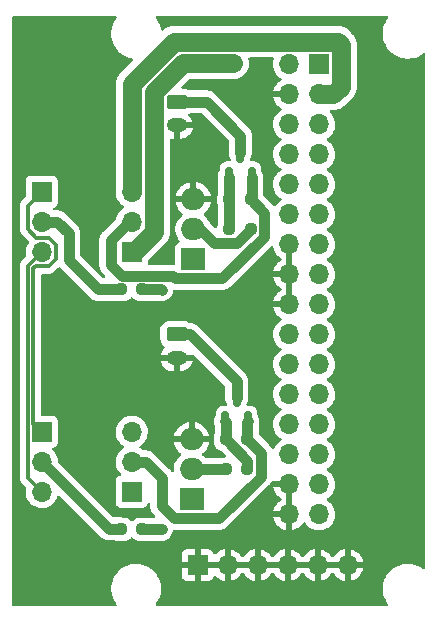
<source format=gbr>
%TF.GenerationSoftware,KiCad,Pcbnew,(6.0.9)*%
%TF.CreationDate,2023-03-29T12:03:27-08:00*%
%TF.ProjectId,ABSIS_ALE Relay Module,41425349-535f-4414-9c45-2052656c6179,2*%
%TF.SameCoordinates,Original*%
%TF.FileFunction,Copper,L1,Top*%
%TF.FilePolarity,Positive*%
%FSLAX46Y46*%
G04 Gerber Fmt 4.6, Leading zero omitted, Abs format (unit mm)*
G04 Created by KiCad (PCBNEW (6.0.9)) date 2023-03-29 12:03:27*
%MOMM*%
%LPD*%
G01*
G04 APERTURE LIST*
G04 Aperture macros list*
%AMRoundRect*
0 Rectangle with rounded corners*
0 $1 Rounding radius*
0 $2 $3 $4 $5 $6 $7 $8 $9 X,Y pos of 4 corners*
0 Add a 4 corners polygon primitive as box body*
4,1,4,$2,$3,$4,$5,$6,$7,$8,$9,$2,$3,0*
0 Add four circle primitives for the rounded corners*
1,1,$1+$1,$2,$3*
1,1,$1+$1,$4,$5*
1,1,$1+$1,$6,$7*
1,1,$1+$1,$8,$9*
0 Add four rect primitives between the rounded corners*
20,1,$1+$1,$2,$3,$4,$5,0*
20,1,$1+$1,$4,$5,$6,$7,0*
20,1,$1+$1,$6,$7,$8,$9,0*
20,1,$1+$1,$8,$9,$2,$3,0*%
G04 Aperture macros list end*
%TA.AperFunction,ComponentPad*%
%ADD10R,1.700000X1.700000*%
%TD*%
%TA.AperFunction,ComponentPad*%
%ADD11O,1.700000X1.700000*%
%TD*%
%TA.AperFunction,SMDPad,CuDef*%
%ADD12RoundRect,0.150000X0.150000X-0.587500X0.150000X0.587500X-0.150000X0.587500X-0.150000X-0.587500X0*%
%TD*%
%TA.AperFunction,SMDPad,CuDef*%
%ADD13RoundRect,0.237500X-0.250000X-0.237500X0.250000X-0.237500X0.250000X0.237500X-0.250000X0.237500X0*%
%TD*%
%TA.AperFunction,SMDPad,CuDef*%
%ADD14RoundRect,0.237500X0.250000X0.237500X-0.250000X0.237500X-0.250000X-0.237500X0.250000X-0.237500X0*%
%TD*%
%TA.AperFunction,ComponentPad*%
%ADD15RoundRect,0.250000X-0.625000X0.350000X-0.625000X-0.350000X0.625000X-0.350000X0.625000X0.350000X0*%
%TD*%
%TA.AperFunction,ComponentPad*%
%ADD16O,1.750000X1.200000*%
%TD*%
%TA.AperFunction,ComponentPad*%
%ADD17R,2.000000X1.905000*%
%TD*%
%TA.AperFunction,ComponentPad*%
%ADD18O,2.000000X1.905000*%
%TD*%
%TA.AperFunction,ViaPad*%
%ADD19C,1.500000*%
%TD*%
%TA.AperFunction,ViaPad*%
%ADD20C,0.600000*%
%TD*%
%TA.AperFunction,Conductor*%
%ADD21C,1.625600*%
%TD*%
%TA.AperFunction,Conductor*%
%ADD22C,0.914400*%
%TD*%
%TA.AperFunction,Conductor*%
%ADD23C,0.304800*%
%TD*%
G04 APERTURE END LIST*
D10*
%TO.P,J2,1*%
%TO.N,GND*%
X16200000Y4000000D03*
D11*
%TO.P,J2,2*%
X18740000Y4000000D03*
%TO.P,J2,3*%
X21280000Y4000000D03*
%TO.P,J2,4*%
X23820000Y4000000D03*
%TO.P,J2,5*%
X26360000Y4000000D03*
%TO.P,J2,6*%
X28900000Y4000000D03*
%TD*%
D10*
%TO.P,J1,1*%
%TO.N,/+12V_SUPPLY*%
X26500000Y46400000D03*
D11*
%TO.P,J1,2*%
%TO.N,/+3.3V_SUPPLY*%
X23960000Y46400000D03*
%TO.P,J1,3*%
%TO.N,/+5V_SUPPLY*%
X26500000Y43860000D03*
%TO.P,J1,4*%
%TO.N,GND*%
X23960000Y43860000D03*
%TO.P,J1,5*%
%TO.N,Net-(J1-Pad5)*%
X26500000Y41320000D03*
%TO.P,J1,6*%
%TO.N,Net-(J1-Pad6)*%
X23960000Y41320000D03*
%TO.P,J1,7*%
%TO.N,/A3*%
X26500000Y38780000D03*
%TO.P,J1,8*%
%TO.N,/D2*%
X23960000Y38780000D03*
%TO.P,J1,9*%
%TO.N,/A2*%
X26500000Y36240000D03*
%TO.P,J1,10*%
%TO.N,/~{D3}*%
X23960000Y36240000D03*
%TO.P,J1,11*%
%TO.N,/A1*%
X26500000Y33700000D03*
%TO.P,J1,12*%
%TO.N,/D4_A6*%
X23960000Y33700000D03*
%TO.P,J1,13*%
%TO.N,/A0*%
X26500000Y31160000D03*
%TO.P,J1,14*%
%TO.N,GND*%
X23960000Y31160000D03*
%TO.P,J1,15*%
%TO.N,Net-(J1-Pad15)*%
X26500000Y28620000D03*
%TO.P,J1,16*%
%TO.N,GND*%
X23960000Y28620000D03*
%TO.P,J1,17*%
%TO.N,Net-(J1-Pad17)*%
X26500000Y26080000D03*
%TO.P,J1,18*%
%TO.N,GND*%
X23960000Y26080000D03*
%TO.P,J1,19*%
%TO.N,Net-(J1-Pad19)*%
X26500000Y23540000D03*
%TO.P,J1,20*%
%TO.N,Net-(J1-Pad20)*%
X23960000Y23540000D03*
%TO.P,J1,21*%
%TO.N,/D15*%
X26500000Y21000000D03*
%TO.P,J1,22*%
%TO.N,/~{D6_A7}*%
X23960000Y21000000D03*
%TO.P,J1,23*%
%TO.N,/D14*%
X26500000Y18460000D03*
%TO.P,J1,24*%
%TO.N,/D7*%
X23960000Y18460000D03*
%TO.P,J1,25*%
%TO.N,/D16*%
X26500000Y15920000D03*
%TO.P,J1,26*%
%TO.N,/~{D8_A6}*%
X23960000Y15920000D03*
%TO.P,J1,27*%
%TO.N,/~{D10_A10}*%
X26500000Y13380000D03*
%TO.P,J1,28*%
%TO.N,/~{D9_A9}*%
X23960000Y13380000D03*
%TO.P,J1,29*%
%TO.N,Net-(J1-Pad29)*%
X26500000Y10840000D03*
%TO.P,J1,30*%
%TO.N,GND*%
X23960000Y10840000D03*
%TO.P,J1,31*%
%TO.N,Net-(J1-Pad31)*%
X26500000Y8300000D03*
%TO.P,J1,32*%
%TO.N,GND*%
X23960000Y8300000D03*
%TD*%
D12*
%TO.P,Q2,1*%
%TO.N,Net-(Q2-Pad1)*%
X18880000Y36937500D03*
%TO.P,Q2,2*%
%TO.N,/CH1_V+*%
X20780000Y36937500D03*
%TO.P,Q2,3*%
%TO.N,/CH1_OUT*%
X19830000Y38812500D03*
%TD*%
%TO.P,Q3,1*%
%TO.N,Net-(Q3-Pad1)*%
X18565000Y16252500D03*
%TO.P,Q3,2*%
%TO.N,/CH2_V+*%
X20465000Y16252500D03*
%TO.P,Q3,3*%
%TO.N,/CH2_OUT*%
X19515000Y18127500D03*
%TD*%
D13*
%TO.P,R1,1*%
%TO.N,Net-(Q2-Pad1)*%
X18880000Y32430000D03*
%TO.P,R1,2*%
%TO.N,Net-(Q1-Pad2)*%
X20705000Y32430000D03*
%TD*%
%TO.P,R2,1*%
%TO.N,Net-(Q2-Pad1)*%
X18880000Y34970000D03*
%TO.P,R2,2*%
%TO.N,/CH1_V+*%
X20705000Y34970000D03*
%TD*%
%TO.P,R3,1*%
%TO.N,/CH1_CTRL*%
X9712500Y27350000D03*
%TO.P,R3,2*%
%TO.N,Net-(Q1-Pad1)*%
X11537500Y27350000D03*
%TD*%
D14*
%TO.P,R5,1*%
%TO.N,Net-(Q3-Pad1)*%
X20427500Y12110000D03*
%TO.P,R5,2*%
%TO.N,Net-(Q4-Pad2)*%
X18602500Y12110000D03*
%TD*%
D13*
%TO.P,R4,1*%
%TO.N,Net-(Q3-Pad1)*%
X18602500Y14650000D03*
%TO.P,R4,2*%
%TO.N,/CH2_V+*%
X20427500Y14650000D03*
%TD*%
%TO.P,R6,1*%
%TO.N,/CH2_CTRL*%
X9712500Y7030000D03*
%TO.P,R6,2*%
%TO.N,Net-(Q4-Pad1)*%
X11537500Y7030000D03*
%TD*%
D15*
%TO.P,J3,1*%
%TO.N,/CH1_OUT*%
X14435000Y43225000D03*
D16*
%TO.P,J3,2*%
%TO.N,GND*%
X14435000Y41225000D03*
%TD*%
D15*
%TO.P,J4,1*%
%TO.N,/CH2_OUT*%
X14435000Y23540000D03*
D16*
%TO.P,J4,2*%
%TO.N,GND*%
X14435000Y21540000D03*
%TD*%
D17*
%TO.P,Q1,1*%
%TO.N,Net-(Q1-Pad1)*%
X15832000Y29890000D03*
D18*
%TO.P,Q1,2*%
%TO.N,Net-(Q1-Pad2)*%
X15832000Y32430000D03*
%TO.P,Q1,3*%
%TO.N,GND*%
X15832000Y34970000D03*
%TD*%
D17*
%TO.P,Q4,1*%
%TO.N,Net-(Q4-Pad1)*%
X15705000Y9570000D03*
D18*
%TO.P,Q4,2*%
%TO.N,Net-(Q4-Pad2)*%
X15705000Y12110000D03*
%TO.P,Q4,3*%
%TO.N,GND*%
X15705000Y14650000D03*
%TD*%
D10*
%TO.P,JP1,1*%
%TO.N,/+12V_SUPPLY*%
X10625000Y30525000D03*
D11*
%TO.P,JP1,2*%
%TO.N,/CH1_V+*%
X10625000Y33065000D03*
%TO.P,JP1,3*%
%TO.N,/+5V_SUPPLY*%
X10625000Y35605000D03*
%TD*%
D10*
%TO.P,JP2,1*%
%TO.N,/D2*%
X3005000Y35605000D03*
D11*
%TO.P,JP2,2*%
%TO.N,/CH1_CTRL*%
X3005000Y33065000D03*
%TO.P,JP2,3*%
%TO.N,/~{D3}*%
X3005000Y30525000D03*
%TD*%
D10*
%TO.P,JP5,1*%
%TO.N,/D2*%
X3005000Y15285000D03*
D11*
%TO.P,JP5,2*%
%TO.N,/CH2_CTRL*%
X3005000Y12745000D03*
%TO.P,JP5,3*%
%TO.N,/~{D3}*%
X3005000Y10205000D03*
%TD*%
D10*
%TO.P,JP4,1*%
%TO.N,/+12V_SUPPLY*%
X10625000Y10205000D03*
D11*
%TO.P,JP4,2*%
%TO.N,/CH2_V+*%
X10625000Y12745000D03*
%TO.P,JP4,3*%
%TO.N,/+5V_SUPPLY*%
X10625000Y15285000D03*
%TD*%
D19*
%TO.N,/+12V_SUPPLY*%
X15730400Y46501600D03*
X17508400Y46501600D03*
X19235600Y46501600D03*
D20*
%TO.N,Net-(Q1-Pad1)*%
X13165000Y27323089D03*
%TO.N,Net-(Q4-Pad1)*%
X13165000Y7030000D03*
%TD*%
D21*
%TO.N,/+12V_SUPPLY*%
X19235600Y46501600D02*
X19235600Y46501600D01*
X17508400Y46501600D02*
X19235600Y46501600D01*
X15730400Y46501600D02*
X17508400Y46501600D01*
X14950714Y46501600D02*
X15730400Y46501600D01*
X12547190Y32230244D02*
X12547190Y44098076D01*
X10841946Y30525000D02*
X12547190Y32230244D01*
X12547190Y44098076D02*
X14950714Y46501600D01*
X10625000Y30525000D02*
X10841946Y30525000D01*
%TO.N,/+5V_SUPPLY*%
X14194522Y48327211D02*
X28095831Y48327211D01*
X10625000Y44757689D02*
X14194522Y48327211D01*
X28095831Y48327211D02*
X28362801Y48060241D01*
X28362801Y48060241D02*
X28362801Y44520720D01*
X28362801Y44520720D02*
X27702081Y43860000D01*
X27702081Y43860000D02*
X26500000Y43860000D01*
X10625000Y35605000D02*
X10625000Y44757689D01*
D22*
%TO.N,/CH1_OUT*%
X19830000Y38875000D02*
X19830000Y40370000D01*
X16975000Y43225000D02*
X14435000Y43225000D01*
X19830000Y40370000D02*
X16975000Y43225000D01*
%TO.N,/CH2_OUT*%
X19515000Y19554400D02*
X15529400Y23540000D01*
X15529400Y23540000D02*
X14435000Y23540000D01*
X19515000Y18190000D02*
X19515000Y19554400D01*
%TO.N,/CH1_V+*%
X20780000Y36875000D02*
X20780000Y35045000D01*
X10371000Y33065000D02*
X8847000Y31541000D01*
X8847000Y31541000D02*
X8847000Y29420038D01*
X10625000Y33065000D02*
X10371000Y33065000D01*
X20780000Y35045000D02*
X20705000Y34970000D01*
X8847000Y29420038D02*
X9784828Y28482210D01*
X20705000Y34970000D02*
X21849710Y33825290D01*
X18308113Y28280299D02*
X14306239Y28280299D01*
X21849710Y33825290D02*
X21849710Y31821896D01*
X9784828Y28482210D02*
X14104328Y28482210D01*
X21849710Y31821896D02*
X18308113Y28280299D01*
X14104328Y28482210D02*
X14306239Y28280299D01*
%TO.N,/CH2_V+*%
X20427500Y16152500D02*
X20465000Y16190000D01*
X14179239Y7960299D02*
X13165000Y8974538D01*
X18030613Y7960299D02*
X14179239Y7960299D01*
X21572210Y13505290D02*
X21572210Y11501896D01*
X11827081Y12745000D02*
X10625000Y12745000D01*
X21572210Y11501896D02*
X18030613Y7960299D01*
X20427500Y14650000D02*
X20427500Y16152500D01*
X20427500Y14650000D02*
X21572210Y13505290D01*
X13165000Y8974538D02*
X13165000Y11407081D01*
X13165000Y11407081D02*
X11827081Y12745000D01*
%TO.N,Net-(Q1-Pad2)*%
X20705000Y32430000D02*
X19572790Y31297790D01*
X19572790Y31297790D02*
X17559672Y31297790D01*
X16427462Y32430000D02*
X15832000Y32430000D01*
X17559672Y31297790D02*
X16427462Y32430000D01*
%TO.N,Net-(Q1-Pad1)*%
X13138089Y27350000D02*
X13165000Y27323089D01*
X11537500Y27350000D02*
X13138089Y27350000D01*
%TO.N,Net-(Q2-Pad1)*%
X18880000Y34970000D02*
X18880000Y32430000D01*
X18880000Y36875000D02*
X18880000Y34970000D01*
%TO.N,Net-(Q3-Pad1)*%
X18602500Y16152500D02*
X18565000Y16190000D01*
X20427500Y12110000D02*
X20427500Y12825000D01*
X20427500Y12825000D02*
X18602500Y14650000D01*
X18602500Y14650000D02*
X18602500Y16152500D01*
%TO.N,Net-(Q4-Pad2)*%
X15705000Y12110000D02*
X18602500Y12110000D01*
%TO.N,Net-(Q4-Pad1)*%
X13165000Y7030000D02*
X11537500Y7030000D01*
%TO.N,/CH1_CTRL*%
X4325800Y33065000D02*
X3005000Y33065000D01*
X9712500Y27350000D02*
X7759342Y27350000D01*
X5307799Y29801543D02*
X5307799Y32083001D01*
X7759342Y27350000D02*
X5307799Y29801543D01*
X5307799Y32083001D02*
X4325800Y33065000D01*
%TO.N,/CH2_CTRL*%
X3005000Y12745000D02*
X8669200Y7080800D01*
X8669200Y7080800D02*
X9661700Y7080800D01*
X9661700Y7080800D02*
X9712500Y7030000D01*
D23*
%TO.N,/~{D3}*%
X3005000Y30525000D02*
X1802599Y29322599D01*
X1802599Y11407401D02*
X3005000Y10205000D01*
X1802599Y29322599D02*
X1802599Y11407401D01*
%TO.N,/D2*%
X4207401Y29947847D02*
X3582153Y29322599D01*
X3005000Y35605000D02*
X1802599Y34402599D01*
X3582153Y31727401D02*
X4207401Y31102153D01*
X3582153Y29322599D02*
X2516507Y29322599D01*
X4207401Y31102153D02*
X4207401Y29947847D01*
X2307409Y15982591D02*
X3005000Y15285000D01*
X2307409Y29113501D02*
X2307409Y15982591D01*
X1802599Y32487847D02*
X2563045Y31727401D01*
X1802599Y34402599D02*
X1802599Y32487847D01*
X2516507Y29322599D02*
X2307409Y29113501D01*
X2563045Y31727401D02*
X3582153Y31727401D01*
%TD*%
%TA.AperFunction,Conductor*%
%TO.N,GND*%
G36*
X9298181Y50471498D02*
G01*
X9344674Y50417842D01*
X9354778Y50347568D01*
X9327564Y50285694D01*
X9280002Y50227586D01*
X9279997Y50227579D01*
X9277287Y50224268D01*
X9127073Y49979142D01*
X9011517Y49715898D01*
X8932756Y49439406D01*
X8892249Y49154784D01*
X8892227Y49150495D01*
X8892226Y49150488D01*
X8890765Y48871583D01*
X8890743Y48867297D01*
X8891302Y48863053D01*
X8891302Y48863049D01*
X8896838Y48821002D01*
X8928268Y48582266D01*
X8929401Y48578126D01*
X8929401Y48578124D01*
X8932619Y48566361D01*
X9004129Y48304964D01*
X9116923Y48040524D01*
X9264561Y47793839D01*
X9444313Y47569472D01*
X9652851Y47371577D01*
X9886317Y47203814D01*
X9890112Y47201805D01*
X9890113Y47201804D01*
X9911869Y47190285D01*
X10140392Y47069288D01*
X10164699Y47060393D01*
X10316013Y47005020D01*
X10410373Y46970489D01*
X10414565Y46969575D01*
X10643840Y46919585D01*
X10706136Y46885530D01*
X10740131Y46823202D01*
X10735033Y46752388D01*
X10706093Y46707382D01*
X9649908Y45651198D01*
X9649903Y45651192D01*
X9608959Y45610248D01*
X9605802Y45605739D01*
X9605800Y45605737D01*
X9578896Y45567314D01*
X9572206Y45558596D01*
X9538520Y45518450D01*
X9512309Y45473052D01*
X9506415Y45463800D01*
X9476350Y45420862D01*
X9474025Y45415877D01*
X9474022Y45415871D01*
X9454199Y45373359D01*
X9449126Y45363615D01*
X9422922Y45318227D01*
X9421045Y45313069D01*
X9421041Y45313061D01*
X9404996Y45268975D01*
X9400790Y45258822D01*
X9378642Y45211326D01*
X9370329Y45180300D01*
X9365076Y45160696D01*
X9361774Y45150223D01*
X9343848Y45100973D01*
X9342893Y45095560D01*
X9342893Y45095558D01*
X9334748Y45049367D01*
X9332369Y45038637D01*
X9326157Y45015454D01*
X9318803Y44988007D01*
X9318324Y44982527D01*
X9314236Y44935798D01*
X9312800Y44924896D01*
X9304656Y44878715D01*
X9304655Y44878704D01*
X9303700Y44873288D01*
X9303700Y35941439D01*
X9299117Y35907769D01*
X9285989Y35860430D01*
X9262251Y35638305D01*
X9262548Y35633152D01*
X9262548Y35633149D01*
X9265885Y35575278D01*
X9275110Y35415285D01*
X9276247Y35410239D01*
X9276248Y35410233D01*
X9300073Y35304515D01*
X9324222Y35197361D01*
X9408266Y34990384D01*
X9437081Y34943362D01*
X9492153Y34853493D01*
X9524987Y34799912D01*
X9671250Y34631062D01*
X9843126Y34488368D01*
X9848072Y34485478D01*
X9916445Y34445524D01*
X9965169Y34393886D01*
X9978240Y34324103D01*
X9951509Y34258331D01*
X9911055Y34224973D01*
X9898607Y34218493D01*
X9894474Y34215390D01*
X9894471Y34215388D01*
X9746593Y34104358D01*
X9719965Y34084365D01*
X9565629Y33922862D01*
X9562715Y33918590D01*
X9562714Y33918589D01*
X9501039Y33828177D01*
X9439743Y33738320D01*
X9421956Y33700000D01*
X9359630Y33565730D01*
X9345688Y33535695D01*
X9315200Y33425759D01*
X9304550Y33387357D01*
X9272228Y33331934D01*
X8175210Y32234916D01*
X8172688Y32232463D01*
X8116836Y32179647D01*
X8116832Y32179642D01*
X8112200Y32175262D01*
X8102948Y32162049D01*
X8078900Y32127706D01*
X8073332Y32120343D01*
X8036630Y32075341D01*
X8033674Y32069686D01*
X8033671Y32069682D01*
X8023892Y32050976D01*
X8015443Y32037079D01*
X7999672Y32014556D01*
X7993341Y31999926D01*
X7976612Y31961266D01*
X7972635Y31952929D01*
X7945737Y31901479D01*
X7943979Y31895347D01*
X7938157Y31875043D01*
X7932676Y31859735D01*
X7921757Y31834504D01*
X7911342Y31784650D01*
X7909885Y31777676D01*
X7907667Y31768712D01*
X7891661Y31712893D01*
X7891172Y31706533D01*
X7891171Y31706529D01*
X7889552Y31685480D01*
X7887260Y31669378D01*
X7881637Y31642464D01*
X7881300Y31636033D01*
X7881300Y31583081D01*
X7880929Y31573415D01*
X7877465Y31528392D01*
X7876610Y31517284D01*
X7877410Y31510952D01*
X7880306Y31488027D01*
X7881300Y31472235D01*
X7881300Y29435678D01*
X7881251Y29432160D01*
X7879359Y29364402D01*
X7878927Y29348947D01*
X7880036Y29342658D01*
X7889010Y29291762D01*
X7890279Y29282616D01*
X7893999Y29245999D01*
X7896146Y29224856D01*
X7898054Y29218768D01*
X7898054Y29218767D01*
X7904366Y29198626D01*
X7908218Y29182827D01*
X7912994Y29155741D01*
X7915343Y29149809D01*
X7915343Y29149808D01*
X7934369Y29101756D01*
X7937444Y29093074D01*
X7954814Y29037646D01*
X7957911Y29032059D01*
X7957913Y29032054D01*
X7968145Y29013596D01*
X7975092Y28998900D01*
X7985216Y28973331D01*
X7988709Y28967993D01*
X7988710Y28967991D01*
X8017010Y28924744D01*
X8021780Y28916837D01*
X8045525Y28874000D01*
X8049927Y28866058D01*
X8054078Y28861215D01*
X8067820Y28845181D01*
X8077580Y28832181D01*
X8092639Y28809169D01*
X8096949Y28804383D01*
X8134385Y28766947D01*
X8140958Y28759850D01*
X8164310Y28732605D01*
X8177600Y28717099D01*
X8200910Y28699018D01*
X8212779Y28688553D01*
X8370537Y28530795D01*
X8404563Y28468483D01*
X8399498Y28397668D01*
X8356951Y28340832D01*
X8290431Y28316021D01*
X8281442Y28315700D01*
X8211538Y28315700D01*
X8143417Y28335702D01*
X8122443Y28352605D01*
X6310404Y30164644D01*
X6276378Y30226956D01*
X6273499Y30253739D01*
X6273499Y32067361D01*
X6273548Y32070879D01*
X6275694Y32147710D01*
X6275694Y32147712D01*
X6275872Y32154092D01*
X6271416Y32179365D01*
X6265789Y32211277D01*
X6264520Y32220423D01*
X6259298Y32271836D01*
X6259297Y32271839D01*
X6258653Y32278183D01*
X6250433Y32304414D01*
X6246581Y32320212D01*
X6245024Y32329042D01*
X6241805Y32347298D01*
X6220427Y32401291D01*
X6217355Y32409965D01*
X6199985Y32465393D01*
X6196888Y32470980D01*
X6196886Y32470985D01*
X6186654Y32489443D01*
X6179707Y32504139D01*
X6169583Y32529708D01*
X6137789Y32578294D01*
X6133019Y32586201D01*
X6132758Y32586673D01*
X6104872Y32636981D01*
X6100715Y32641831D01*
X6100713Y32641834D01*
X6086980Y32657857D01*
X6077216Y32670861D01*
X6064813Y32689814D01*
X6062159Y32693870D01*
X6057850Y32698656D01*
X6020414Y32736092D01*
X6013841Y32743189D01*
X5981353Y32781094D01*
X5981350Y32781096D01*
X5977199Y32785940D01*
X5953889Y32804021D01*
X5942020Y32814486D01*
X5019716Y33736790D01*
X5017263Y33739312D01*
X4964447Y33795164D01*
X4964442Y33795168D01*
X4960062Y33799800D01*
X4934365Y33817794D01*
X4912506Y33833100D01*
X4905143Y33838668D01*
X4865086Y33871337D01*
X4860141Y33875370D01*
X4854486Y33878326D01*
X4854482Y33878329D01*
X4835776Y33888108D01*
X4821879Y33896557D01*
X4820250Y33897698D01*
X4799356Y33912328D01*
X4746067Y33935388D01*
X4737729Y33939365D01*
X4691933Y33963307D01*
X4691934Y33963307D01*
X4686279Y33966263D01*
X4659844Y33973843D01*
X4644535Y33979324D01*
X4619304Y33990243D01*
X4562475Y34002115D01*
X4553512Y34004333D01*
X4547604Y34006027D01*
X4497693Y34020339D01*
X4491333Y34020828D01*
X4491329Y34020829D01*
X4472662Y34022265D01*
X4470279Y34022448D01*
X4454178Y34024740D01*
X4432007Y34029372D01*
X4432008Y34029372D01*
X4427264Y34030363D01*
X4420833Y34030700D01*
X4367881Y34030700D01*
X4358215Y34031071D01*
X4308444Y34034901D01*
X4308440Y34034901D01*
X4302084Y34035390D01*
X4280001Y34032600D01*
X4272827Y34031694D01*
X4257035Y34030700D01*
X4066702Y34030700D01*
X3998581Y34050702D01*
X3952088Y34104358D01*
X3941984Y34174632D01*
X3971478Y34239212D01*
X4022473Y34274682D01*
X4093295Y34301232D01*
X4093296Y34301233D01*
X4101705Y34304385D01*
X4218261Y34391739D01*
X4305615Y34508295D01*
X4356745Y34644684D01*
X4363500Y34706866D01*
X4363500Y36503134D01*
X4356745Y36565316D01*
X4305615Y36701705D01*
X4218261Y36818261D01*
X4101705Y36905615D01*
X3965316Y36956745D01*
X3903134Y36963500D01*
X2106866Y36963500D01*
X2044684Y36956745D01*
X1908295Y36905615D01*
X1791739Y36818261D01*
X1704385Y36701705D01*
X1653255Y36565316D01*
X1646500Y36503134D01*
X1646500Y35233343D01*
X1626498Y35165222D01*
X1609595Y35144248D01*
X1354560Y34889213D01*
X1348295Y34883360D01*
X1307847Y34848075D01*
X1273708Y34799500D01*
X1269776Y34794206D01*
X1233136Y34747478D01*
X1230010Y34740554D01*
X1226297Y34734423D01*
X1223661Y34729803D01*
X1220239Y34723421D01*
X1215868Y34717202D01*
X1213108Y34710123D01*
X1194301Y34661886D01*
X1191745Y34655807D01*
X1167310Y34601687D01*
X1165924Y34594211D01*
X1163769Y34587333D01*
X1162309Y34582208D01*
X1160521Y34575244D01*
X1157761Y34568165D01*
X1156769Y34560633D01*
X1156769Y34560631D01*
X1155843Y34553597D01*
X1150987Y34516703D01*
X1150013Y34509307D01*
X1148983Y34502801D01*
X1138159Y34444402D01*
X1138596Y34436822D01*
X1138596Y34436821D01*
X1141490Y34386632D01*
X1141699Y34379379D01*
X1141699Y32515110D01*
X1141407Y32506539D01*
X1137757Y32453004D01*
X1139062Y32445527D01*
X1139062Y32445526D01*
X1147967Y32394504D01*
X1148930Y32387978D01*
X1154837Y32339168D01*
X1156062Y32329042D01*
X1158748Y32321934D01*
X1160459Y32314968D01*
X1161878Y32309779D01*
X1163955Y32302900D01*
X1165260Y32295423D01*
X1189128Y32241052D01*
X1191611Y32234966D01*
X1212605Y32179406D01*
X1216908Y32173145D01*
X1220214Y32166821D01*
X1222870Y32162049D01*
X1226505Y32155903D01*
X1229557Y32148951D01*
X1251508Y32120343D01*
X1265701Y32101846D01*
X1269572Y32096519D01*
X1303210Y32047576D01*
X1308886Y32042519D01*
X1346409Y32009087D01*
X1351685Y32004107D01*
X1649264Y31706529D01*
X1882863Y31472930D01*
X1916888Y31410617D01*
X1911824Y31339802D01*
X1897859Y31312834D01*
X1819743Y31198320D01*
X1801956Y31160000D01*
X1745763Y31038942D01*
X1725688Y30995695D01*
X1665989Y30780430D01*
X1642251Y30558305D01*
X1642548Y30553152D01*
X1642548Y30553149D01*
X1653707Y30359612D01*
X1655110Y30335285D01*
X1656247Y30330238D01*
X1656248Y30330234D01*
X1668874Y30274211D01*
X1679524Y30226956D01*
X1681327Y30218954D01*
X1676791Y30148103D01*
X1647505Y30102158D01*
X1354560Y29809213D01*
X1348295Y29803360D01*
X1307847Y29768075D01*
X1292166Y29745763D01*
X1273708Y29719500D01*
X1269776Y29714206D01*
X1233136Y29667478D01*
X1230010Y29660554D01*
X1226297Y29654423D01*
X1223661Y29649803D01*
X1220239Y29643421D01*
X1215868Y29637202D01*
X1213108Y29630123D01*
X1194301Y29581886D01*
X1191745Y29575807D01*
X1167310Y29521687D01*
X1165924Y29514211D01*
X1163769Y29507333D01*
X1162309Y29502208D01*
X1160521Y29495244D01*
X1157761Y29488165D01*
X1150389Y29432160D01*
X1150013Y29429307D01*
X1148983Y29422801D01*
X1138159Y29364402D01*
X1138596Y29356822D01*
X1138596Y29356821D01*
X1141490Y29306632D01*
X1141699Y29299379D01*
X1141699Y11434664D01*
X1141407Y11426093D01*
X1137757Y11372558D01*
X1139062Y11365081D01*
X1139062Y11365080D01*
X1147967Y11314058D01*
X1148929Y11307536D01*
X1156062Y11248596D01*
X1158748Y11241488D01*
X1160459Y11234522D01*
X1161878Y11229333D01*
X1163955Y11222454D01*
X1165260Y11214977D01*
X1189128Y11160606D01*
X1191611Y11154520D01*
X1212605Y11098960D01*
X1216908Y11092699D01*
X1220214Y11086375D01*
X1222870Y11081603D01*
X1226505Y11075457D01*
X1229557Y11068505D01*
X1247476Y11045152D01*
X1265701Y11021400D01*
X1269572Y11016073D01*
X1303210Y10967130D01*
X1308886Y10962073D01*
X1346418Y10928633D01*
X1351694Y10923652D01*
X1646364Y10628982D01*
X1680390Y10566670D01*
X1678687Y10506218D01*
X1665989Y10460430D01*
X1642251Y10238305D01*
X1642548Y10233152D01*
X1642548Y10233149D01*
X1653707Y10039612D01*
X1655110Y10015285D01*
X1656247Y10010239D01*
X1656248Y10010233D01*
X1677275Y9916931D01*
X1704222Y9797361D01*
X1788266Y9590384D01*
X1817081Y9543362D01*
X1885460Y9431778D01*
X1904987Y9399912D01*
X2051250Y9231062D01*
X2223126Y9088368D01*
X2416000Y8975662D01*
X2624692Y8895970D01*
X2629760Y8894939D01*
X2629763Y8894938D01*
X2737017Y8873117D01*
X2843597Y8851433D01*
X2848772Y8851243D01*
X2848774Y8851243D01*
X3061673Y8843436D01*
X3061677Y8843436D01*
X3066837Y8843247D01*
X3071957Y8843903D01*
X3071959Y8843903D01*
X3283288Y8870975D01*
X3283289Y8870975D01*
X3288416Y8871632D01*
X3293366Y8873117D01*
X3497429Y8934339D01*
X3497434Y8934341D01*
X3502384Y8935826D01*
X3702994Y9034104D01*
X3884860Y9163827D01*
X4043096Y9321511D01*
X4102594Y9404311D01*
X4170435Y9498723D01*
X4173453Y9502923D01*
X4176250Y9508581D01*
X4270136Y9698547D01*
X4270137Y9698549D01*
X4272430Y9703189D01*
X4306582Y9815596D01*
X4345521Y9874958D01*
X4410375Y9903845D01*
X4480552Y9893084D01*
X4516234Y9868060D01*
X7975284Y6409010D01*
X7977737Y6406488D01*
X8030553Y6350636D01*
X8030558Y6350632D01*
X8034938Y6346000D01*
X8040165Y6342340D01*
X8082494Y6312700D01*
X8089857Y6307132D01*
X8134859Y6270430D01*
X8159229Y6257689D01*
X8173116Y6249246D01*
X8195644Y6233472D01*
X8201503Y6230937D01*
X8201504Y6230936D01*
X8248941Y6210408D01*
X8257257Y6206442D01*
X8308721Y6179538D01*
X8314855Y6177779D01*
X8335151Y6171959D01*
X8350459Y6166478D01*
X8375696Y6155557D01*
X8381938Y6154253D01*
X8381941Y6154252D01*
X8432544Y6143680D01*
X8441505Y6141462D01*
X8491171Y6127221D01*
X8491175Y6127220D01*
X8497307Y6125462D01*
X8524717Y6123353D01*
X8540812Y6121062D01*
X8567736Y6115437D01*
X8574167Y6115100D01*
X8627120Y6115100D01*
X8636787Y6114729D01*
X8686556Y6110899D01*
X8686559Y6110899D01*
X8692915Y6110410D01*
X8722171Y6114106D01*
X8737964Y6115100D01*
X9114753Y6115100D01*
X9154420Y6108693D01*
X9310191Y6057026D01*
X9317027Y6056326D01*
X9317030Y6056325D01*
X9368526Y6051049D01*
X9412928Y6046500D01*
X10012072Y6046500D01*
X10015318Y6046837D01*
X10015322Y6046837D01*
X10109235Y6056581D01*
X10109239Y6056582D01*
X10116093Y6057293D01*
X10122629Y6059474D01*
X10122631Y6059474D01*
X10270158Y6108693D01*
X10281107Y6112346D01*
X10429031Y6203884D01*
X10458023Y6232927D01*
X10535747Y6310786D01*
X10598030Y6344865D01*
X10668850Y6339862D01*
X10713937Y6310941D01*
X10816812Y6208246D01*
X10816817Y6208242D01*
X10821997Y6203071D01*
X10828227Y6199231D01*
X10828228Y6199230D01*
X10947902Y6125462D01*
X10970080Y6111791D01*
X11135191Y6057026D01*
X11142027Y6056326D01*
X11142030Y6056325D01*
X11193526Y6051049D01*
X11237928Y6046500D01*
X11837072Y6046500D01*
X11840318Y6046837D01*
X11840322Y6046837D01*
X11934233Y6056581D01*
X11934235Y6056581D01*
X11941093Y6057293D01*
X11947634Y6059475D01*
X11954370Y6060930D01*
X11954622Y6059764D01*
X11982560Y6064300D01*
X13214027Y6064300D01*
X13285277Y6071537D01*
X13353833Y6078501D01*
X13353834Y6078501D01*
X13360182Y6079146D01*
X13547392Y6137814D01*
X13718980Y6232927D01*
X13867939Y6360600D01*
X13871848Y6365639D01*
X13984271Y6510574D01*
X13984273Y6510577D01*
X13988183Y6515618D01*
X14074801Y6691648D01*
X14124254Y6881500D01*
X14124588Y6887869D01*
X14124589Y6887877D01*
X14154778Y6952136D01*
X14214915Y6989872D01*
X14249105Y6994599D01*
X18014973Y6994599D01*
X18018491Y6994550D01*
X18095322Y6992404D01*
X18095324Y6992404D01*
X18101704Y6992226D01*
X18115162Y6994599D01*
X18158889Y7002309D01*
X18168035Y7003578D01*
X18219448Y7008800D01*
X18219451Y7008801D01*
X18225795Y7009445D01*
X18231883Y7011353D01*
X18231884Y7011353D01*
X18252025Y7017665D01*
X18267824Y7021517D01*
X18294910Y7026293D01*
X18348903Y7047671D01*
X18357577Y7050743D01*
X18413005Y7068113D01*
X18418592Y7071210D01*
X18418597Y7071212D01*
X18437055Y7081444D01*
X18451751Y7088391D01*
X18477320Y7098515D01*
X18482658Y7102008D01*
X18482660Y7102009D01*
X18525907Y7130309D01*
X18533804Y7135073D01*
X18558765Y7148909D01*
X18579012Y7160132D01*
X18579015Y7160134D01*
X18584593Y7163226D01*
X18593898Y7171201D01*
X18605470Y7181119D01*
X18618470Y7190879D01*
X18624395Y7194756D01*
X18641482Y7205938D01*
X18646268Y7210248D01*
X18683704Y7247684D01*
X18690801Y7254257D01*
X18728706Y7286745D01*
X18728708Y7286748D01*
X18733552Y7290899D01*
X18751633Y7314209D01*
X18762098Y7326078D01*
X19468054Y8032034D01*
X22628257Y8032034D01*
X22658565Y7897554D01*
X22661645Y7887725D01*
X22741770Y7690397D01*
X22746413Y7681206D01*
X22857694Y7499612D01*
X22863777Y7491301D01*
X23003213Y7330333D01*
X23010580Y7323117D01*
X23174434Y7187084D01*
X23182881Y7181169D01*
X23366756Y7073721D01*
X23376042Y7069271D01*
X23575001Y6993297D01*
X23584899Y6990421D01*
X23688250Y6969394D01*
X23702299Y6970590D01*
X23706000Y6980935D01*
X23706000Y8027885D01*
X23701525Y8043124D01*
X23700135Y8044329D01*
X23692452Y8046000D01*
X22643225Y8046000D01*
X22629694Y8042027D01*
X22628257Y8032034D01*
X19468054Y8032034D01*
X20001837Y8565817D01*
X22624389Y8565817D01*
X22625912Y8557393D01*
X22638292Y8554000D01*
X23687885Y8554000D01*
X23703124Y8558475D01*
X23704329Y8559865D01*
X23706000Y8567548D01*
X23706000Y10567885D01*
X23701525Y10583124D01*
X23700135Y10584329D01*
X23692452Y10586000D01*
X22643225Y10586000D01*
X22629694Y10582027D01*
X22628257Y10572034D01*
X22658565Y10437554D01*
X22661645Y10427725D01*
X22741770Y10230397D01*
X22746413Y10221206D01*
X22857694Y10039612D01*
X22863777Y10031301D01*
X23003213Y9870333D01*
X23010580Y9863117D01*
X23174434Y9727084D01*
X23182881Y9721169D01*
X23252479Y9680499D01*
X23301203Y9628860D01*
X23314274Y9559077D01*
X23287543Y9493306D01*
X23247087Y9459947D01*
X23238462Y9455458D01*
X23229738Y9449964D01*
X23059433Y9322095D01*
X23051726Y9315252D01*
X22904590Y9161283D01*
X22898104Y9153273D01*
X22778098Y8977351D01*
X22773000Y8968377D01*
X22683338Y8775217D01*
X22679775Y8765530D01*
X22624389Y8565817D01*
X20001837Y8565817D01*
X22244000Y10807980D01*
X22246522Y10810433D01*
X22302369Y10863245D01*
X22302370Y10863246D01*
X22307010Y10867634D01*
X22340330Y10915220D01*
X22345890Y10922570D01*
X22346773Y10923652D01*
X22362223Y10942596D01*
X22378545Y10962608D01*
X22378547Y10962611D01*
X22382580Y10967556D01*
X22395316Y10991918D01*
X22403765Y11005814D01*
X22412848Y11018786D01*
X22419538Y11028340D01*
X22428649Y11049395D01*
X22474060Y11103969D01*
X22541768Y11125329D01*
X22610275Y11106692D01*
X22619483Y11099155D01*
X22638292Y11094000D01*
X24088000Y11094000D01*
X24156121Y11073998D01*
X24202614Y11020342D01*
X24214000Y10968000D01*
X24214000Y6981483D01*
X24218064Y6967641D01*
X24231478Y6965607D01*
X24238184Y6966466D01*
X24248262Y6968608D01*
X24452255Y7029809D01*
X24461842Y7033567D01*
X24653095Y7127261D01*
X24661945Y7132536D01*
X24835328Y7256208D01*
X24843200Y7262861D01*
X24994052Y7413188D01*
X25000730Y7421035D01*
X25128022Y7598181D01*
X25129279Y7597278D01*
X25176373Y7640638D01*
X25246311Y7652855D01*
X25311751Y7625322D01*
X25339579Y7593489D01*
X25399987Y7494912D01*
X25546250Y7326062D01*
X25718126Y7183368D01*
X25911000Y7070662D01*
X25915825Y7068820D01*
X25915826Y7068819D01*
X25963139Y7050752D01*
X26119692Y6990970D01*
X26124760Y6989939D01*
X26124763Y6989938D01*
X26219862Y6970590D01*
X26338597Y6946433D01*
X26343772Y6946243D01*
X26343774Y6946243D01*
X26556673Y6938436D01*
X26556677Y6938436D01*
X26561837Y6938247D01*
X26566957Y6938903D01*
X26566959Y6938903D01*
X26778288Y6965975D01*
X26778289Y6965975D01*
X26783416Y6966632D01*
X26788366Y6968117D01*
X26992429Y7029339D01*
X26992434Y7029341D01*
X26997384Y7030826D01*
X27197994Y7129104D01*
X27379860Y7258827D01*
X27538096Y7416511D01*
X27668453Y7597923D01*
X27681995Y7625322D01*
X27765136Y7793547D01*
X27765137Y7793549D01*
X27767430Y7798189D01*
X27827536Y7996021D01*
X27830865Y8006977D01*
X27830865Y8006979D01*
X27832370Y8011931D01*
X27861529Y8233410D01*
X27862020Y8253518D01*
X27863074Y8296635D01*
X27863074Y8296639D01*
X27863156Y8300000D01*
X27844852Y8522639D01*
X27790431Y8739298D01*
X27701354Y8944160D01*
X27599819Y9101109D01*
X27582822Y9127383D01*
X27582820Y9127386D01*
X27580014Y9131723D01*
X27429670Y9296949D01*
X27425619Y9300148D01*
X27425615Y9300152D01*
X27258414Y9432200D01*
X27258410Y9432202D01*
X27254359Y9435402D01*
X27213053Y9458204D01*
X27163084Y9508636D01*
X27148312Y9578079D01*
X27173428Y9644484D01*
X27200780Y9671091D01*
X27252714Y9708135D01*
X27379860Y9798827D01*
X27538096Y9956511D01*
X27668453Y10137923D01*
X27681995Y10165322D01*
X27765136Y10333547D01*
X27765137Y10333549D01*
X27767430Y10338189D01*
X27832370Y10551931D01*
X27861529Y10773410D01*
X27863156Y10840000D01*
X27844852Y11062639D01*
X27790431Y11279298D01*
X27701354Y11484160D01*
X27580014Y11671723D01*
X27429670Y11836949D01*
X27425619Y11840148D01*
X27425615Y11840152D01*
X27258414Y11972200D01*
X27258410Y11972202D01*
X27254359Y11975402D01*
X27213053Y11998204D01*
X27163084Y12048636D01*
X27148312Y12118079D01*
X27173428Y12184484D01*
X27200780Y12211091D01*
X27259607Y12253052D01*
X27379860Y12338827D01*
X27538096Y12496511D01*
X27668453Y12677923D01*
X27682368Y12706077D01*
X27765136Y12873547D01*
X27765137Y12873549D01*
X27767430Y12878189D01*
X27832370Y13091931D01*
X27861529Y13313410D01*
X27861928Y13329751D01*
X27863074Y13376635D01*
X27863074Y13376639D01*
X27863156Y13380000D01*
X27844852Y13602639D01*
X27790431Y13819298D01*
X27701354Y14024160D01*
X27599819Y14181109D01*
X27582822Y14207383D01*
X27582820Y14207386D01*
X27580014Y14211723D01*
X27429670Y14376949D01*
X27425619Y14380148D01*
X27425615Y14380152D01*
X27258414Y14512200D01*
X27258410Y14512202D01*
X27254359Y14515402D01*
X27213053Y14538204D01*
X27163084Y14588636D01*
X27148312Y14658079D01*
X27173428Y14724484D01*
X27200780Y14751091D01*
X27252725Y14788143D01*
X27379860Y14878827D01*
X27538096Y15036511D01*
X27541389Y15041093D01*
X27665435Y15213723D01*
X27668453Y15217923D01*
X27689320Y15260143D01*
X27765136Y15413547D01*
X27765137Y15413549D01*
X27767430Y15418189D01*
X27832370Y15631931D01*
X27861529Y15853410D01*
X27863156Y15920000D01*
X27844852Y16142639D01*
X27790431Y16359298D01*
X27701354Y16564160D01*
X27619835Y16690169D01*
X27582822Y16747383D01*
X27582820Y16747386D01*
X27580014Y16751723D01*
X27429670Y16916949D01*
X27425619Y16920148D01*
X27425615Y16920152D01*
X27258414Y17052200D01*
X27258410Y17052202D01*
X27254359Y17055402D01*
X27213053Y17078204D01*
X27163084Y17128636D01*
X27148312Y17198079D01*
X27173428Y17264484D01*
X27200780Y17291091D01*
X27244603Y17322350D01*
X27379860Y17418827D01*
X27538096Y17576511D01*
X27597594Y17659311D01*
X27665435Y17753723D01*
X27668453Y17757923D01*
X27689320Y17800143D01*
X27765136Y17953547D01*
X27765137Y17953549D01*
X27767430Y17958189D01*
X27808497Y18093357D01*
X27830865Y18166977D01*
X27830865Y18166979D01*
X27832370Y18171931D01*
X27861529Y18393410D01*
X27863156Y18460000D01*
X27844852Y18682639D01*
X27790431Y18899298D01*
X27701354Y19104160D01*
X27580014Y19291723D01*
X27429670Y19456949D01*
X27425619Y19460148D01*
X27425615Y19460152D01*
X27258414Y19592200D01*
X27258410Y19592202D01*
X27254359Y19595402D01*
X27213053Y19618204D01*
X27163084Y19668636D01*
X27148312Y19738079D01*
X27173428Y19804484D01*
X27200780Y19831091D01*
X27265114Y19876980D01*
X27379860Y19958827D01*
X27396630Y19975538D01*
X27524337Y20102800D01*
X27538096Y20116511D01*
X27597594Y20199311D01*
X27665435Y20293723D01*
X27668453Y20297923D01*
X27689320Y20340143D01*
X27765136Y20493547D01*
X27765137Y20493549D01*
X27767430Y20498189D01*
X27832370Y20711931D01*
X27861529Y20933410D01*
X27863156Y21000000D01*
X27844852Y21222639D01*
X27790431Y21439298D01*
X27701354Y21644160D01*
X27597590Y21804555D01*
X27582822Y21827383D01*
X27582820Y21827386D01*
X27580014Y21831723D01*
X27429670Y21996949D01*
X27425619Y22000148D01*
X27425615Y22000152D01*
X27258414Y22132200D01*
X27258410Y22132202D01*
X27254359Y22135402D01*
X27213053Y22158204D01*
X27163084Y22208636D01*
X27148312Y22278079D01*
X27173428Y22344484D01*
X27200780Y22371091D01*
X27244603Y22402350D01*
X27379860Y22498827D01*
X27538096Y22656511D01*
X27597594Y22739311D01*
X27665435Y22833723D01*
X27668453Y22837923D01*
X27689320Y22880143D01*
X27765136Y23033547D01*
X27765137Y23033549D01*
X27767430Y23038189D01*
X27832370Y23251931D01*
X27861529Y23473410D01*
X27863156Y23540000D01*
X27844852Y23762639D01*
X27790431Y23979298D01*
X27701354Y24184160D01*
X27661906Y24245138D01*
X27582822Y24367383D01*
X27582820Y24367386D01*
X27580014Y24371723D01*
X27429670Y24536949D01*
X27425619Y24540148D01*
X27425615Y24540152D01*
X27258414Y24672200D01*
X27258410Y24672202D01*
X27254359Y24675402D01*
X27213053Y24698204D01*
X27163084Y24748636D01*
X27148312Y24818079D01*
X27173428Y24884484D01*
X27200780Y24911091D01*
X27244603Y24942350D01*
X27379860Y25038827D01*
X27538096Y25196511D01*
X27668453Y25377923D01*
X27681995Y25405322D01*
X27765136Y25573547D01*
X27765137Y25573549D01*
X27767430Y25578189D01*
X27832370Y25791931D01*
X27861529Y26013410D01*
X27863156Y26080000D01*
X27844852Y26302639D01*
X27790431Y26519298D01*
X27701354Y26724160D01*
X27636868Y26823840D01*
X27582822Y26907383D01*
X27582820Y26907386D01*
X27580014Y26911723D01*
X27429670Y27076949D01*
X27425619Y27080148D01*
X27425615Y27080152D01*
X27258414Y27212200D01*
X27258410Y27212202D01*
X27254359Y27215402D01*
X27213053Y27238204D01*
X27163084Y27288636D01*
X27148312Y27358079D01*
X27173428Y27424484D01*
X27200780Y27451091D01*
X27251651Y27487377D01*
X27379860Y27578827D01*
X27538096Y27736511D01*
X27668453Y27917923D01*
X27681995Y27945322D01*
X27765136Y28113547D01*
X27765137Y28113549D01*
X27767430Y28118189D01*
X27832370Y28331931D01*
X27861529Y28553410D01*
X27863156Y28620000D01*
X27844852Y28842639D01*
X27790431Y29059298D01*
X27701354Y29264160D01*
X27597954Y29423992D01*
X27582822Y29447383D01*
X27582820Y29447386D01*
X27580014Y29451723D01*
X27429670Y29616949D01*
X27425619Y29620148D01*
X27425615Y29620152D01*
X27258414Y29752200D01*
X27258410Y29752202D01*
X27254359Y29755402D01*
X27213053Y29778204D01*
X27163084Y29828636D01*
X27148312Y29898079D01*
X27173428Y29964484D01*
X27200780Y29991091D01*
X27244603Y30022350D01*
X27379860Y30118827D01*
X27409239Y30148103D01*
X27467428Y30206090D01*
X27538096Y30276511D01*
X27578276Y30332427D01*
X27665435Y30453723D01*
X27668453Y30457923D01*
X27681995Y30485322D01*
X27765136Y30653547D01*
X27765137Y30653549D01*
X27767430Y30658189D01*
X27832370Y30871931D01*
X27861529Y31093410D01*
X27863156Y31160000D01*
X27844852Y31382639D01*
X27790431Y31599298D01*
X27701354Y31804160D01*
X27644283Y31892379D01*
X27582822Y31987383D01*
X27582820Y31987386D01*
X27580014Y31991723D01*
X27429670Y32156949D01*
X27425619Y32160148D01*
X27425615Y32160152D01*
X27258414Y32292200D01*
X27258410Y32292202D01*
X27254359Y32295402D01*
X27213053Y32318204D01*
X27163084Y32368636D01*
X27148312Y32438079D01*
X27173428Y32504484D01*
X27200780Y32531091D01*
X27266956Y32578294D01*
X27379860Y32658827D01*
X27410956Y32689814D01*
X27534435Y32812863D01*
X27538096Y32816511D01*
X27668453Y32997923D01*
X27682368Y33026077D01*
X27765136Y33193547D01*
X27765137Y33193549D01*
X27767430Y33198189D01*
X27826896Y33393913D01*
X27830865Y33406977D01*
X27830865Y33406979D01*
X27832370Y33411931D01*
X27861529Y33633410D01*
X27861928Y33649751D01*
X27863074Y33696635D01*
X27863074Y33696639D01*
X27863156Y33700000D01*
X27844852Y33922639D01*
X27790431Y34139298D01*
X27701354Y34344160D01*
X27598733Y34502788D01*
X27582822Y34527383D01*
X27582820Y34527386D01*
X27580014Y34531723D01*
X27429670Y34696949D01*
X27425619Y34700148D01*
X27425615Y34700152D01*
X27258414Y34832200D01*
X27258410Y34832202D01*
X27254359Y34835402D01*
X27213053Y34858204D01*
X27163084Y34908636D01*
X27148312Y34978079D01*
X27173428Y35044484D01*
X27200780Y35071091D01*
X27244603Y35102350D01*
X27379860Y35198827D01*
X27439342Y35258101D01*
X27501872Y35320413D01*
X27538096Y35356511D01*
X27597594Y35439311D01*
X27665435Y35533723D01*
X27668453Y35537923D01*
X27689320Y35580143D01*
X27765136Y35733547D01*
X27765137Y35733549D01*
X27767430Y35738189D01*
X27832370Y35951931D01*
X27861529Y36173410D01*
X27863156Y36240000D01*
X27844852Y36462639D01*
X27790431Y36679298D01*
X27701354Y36884160D01*
X27588016Y37059354D01*
X27582822Y37067383D01*
X27582820Y37067386D01*
X27580014Y37071723D01*
X27429670Y37236949D01*
X27425619Y37240148D01*
X27425615Y37240152D01*
X27258414Y37372200D01*
X27258410Y37372202D01*
X27254359Y37375402D01*
X27213053Y37398204D01*
X27163084Y37448636D01*
X27148312Y37518079D01*
X27173428Y37584484D01*
X27200780Y37611091D01*
X27244603Y37642350D01*
X27379860Y37738827D01*
X27538096Y37896511D01*
X27597594Y37979311D01*
X27665435Y38073723D01*
X27668453Y38077923D01*
X27689320Y38120143D01*
X27765136Y38273547D01*
X27765137Y38273549D01*
X27767430Y38278189D01*
X27832370Y38491931D01*
X27861529Y38713410D01*
X27863156Y38780000D01*
X27844852Y39002639D01*
X27790431Y39219298D01*
X27701354Y39424160D01*
X27580014Y39611723D01*
X27429670Y39776949D01*
X27425619Y39780148D01*
X27425615Y39780152D01*
X27258414Y39912200D01*
X27258410Y39912202D01*
X27254359Y39915402D01*
X27213053Y39938204D01*
X27163084Y39988636D01*
X27148312Y40058079D01*
X27173428Y40124484D01*
X27200780Y40151091D01*
X27261360Y40194302D01*
X27379860Y40278827D01*
X27393149Y40292069D01*
X27461209Y40359893D01*
X27538096Y40436511D01*
X27582479Y40498276D01*
X27665435Y40613723D01*
X27668453Y40617923D01*
X27673442Y40628016D01*
X27765136Y40813547D01*
X27765137Y40813549D01*
X27767430Y40818189D01*
X27809518Y40956716D01*
X27830865Y41026977D01*
X27830865Y41026979D01*
X27832370Y41031931D01*
X27861529Y41253410D01*
X27863156Y41320000D01*
X27844852Y41542639D01*
X27790431Y41759298D01*
X27701354Y41964160D01*
X27602801Y42116500D01*
X27582822Y42147383D01*
X27582820Y42147386D01*
X27580014Y42151723D01*
X27429670Y42316949D01*
X27425617Y42320150D01*
X27425190Y42320548D01*
X27389010Y42381634D01*
X27391599Y42452583D01*
X27432135Y42510870D01*
X27497748Y42537988D01*
X27511120Y42538700D01*
X27817680Y42538700D01*
X27823096Y42539655D01*
X27823107Y42539656D01*
X27869288Y42547800D01*
X27880182Y42549235D01*
X27932399Y42553803D01*
X27947761Y42557919D01*
X27983029Y42567369D01*
X27993759Y42569748D01*
X28039950Y42577893D01*
X28039952Y42577893D01*
X28045365Y42578848D01*
X28094615Y42596774D01*
X28105084Y42600075D01*
X28155718Y42613642D01*
X28203214Y42635790D01*
X28213367Y42639996D01*
X28257453Y42656041D01*
X28257461Y42656045D01*
X28262619Y42657922D01*
X28308007Y42684126D01*
X28317751Y42689199D01*
X28360263Y42709022D01*
X28360269Y42709025D01*
X28365254Y42711350D01*
X28408192Y42741415D01*
X28417444Y42747309D01*
X28462842Y42773520D01*
X28502988Y42807206D01*
X28511706Y42813896D01*
X28550129Y42840800D01*
X28550131Y42840802D01*
X28554640Y42843959D01*
X28595584Y42884903D01*
X28595590Y42884908D01*
X29337893Y43627211D01*
X29337898Y43627217D01*
X29378842Y43668161D01*
X29408905Y43711095D01*
X29415596Y43719814D01*
X29445743Y43755743D01*
X29449281Y43759959D01*
X29475486Y43805347D01*
X29481389Y43814612D01*
X29508293Y43853036D01*
X29508296Y43853041D01*
X29511451Y43857547D01*
X29533598Y43905042D01*
X29538673Y43914791D01*
X29562131Y43955421D01*
X29562132Y43955423D01*
X29564879Y43960181D01*
X29582805Y44009432D01*
X29587011Y44019586D01*
X29587472Y44020575D01*
X29609159Y44067083D01*
X29610581Y44072388D01*
X29610583Y44072395D01*
X29622727Y44117719D01*
X29626028Y44128188D01*
X29643953Y44177436D01*
X29653053Y44229042D01*
X29655432Y44239772D01*
X29667574Y44285088D01*
X29668998Y44290402D01*
X29673566Y44342619D01*
X29675001Y44353513D01*
X29683145Y44399694D01*
X29683146Y44399705D01*
X29684101Y44405121D01*
X29684101Y48175840D01*
X29675001Y48227451D01*
X29673567Y48238348D01*
X29669479Y48285068D01*
X29669478Y48285075D01*
X29668998Y48290559D01*
X29655434Y48341180D01*
X29653056Y48351905D01*
X29644908Y48398114D01*
X29643954Y48403525D01*
X29626025Y48452783D01*
X29622723Y48463256D01*
X29610583Y48508563D01*
X29609159Y48513878D01*
X29587011Y48561375D01*
X29582805Y48571528D01*
X29564879Y48620779D01*
X29538675Y48666167D01*
X29533602Y48675911D01*
X29513779Y48718423D01*
X29513776Y48718429D01*
X29511451Y48723414D01*
X29481386Y48766352D01*
X29475492Y48775604D01*
X29449281Y48821002D01*
X29415595Y48861147D01*
X29408903Y48869868D01*
X29381999Y48908293D01*
X29381992Y48908302D01*
X29378842Y48912800D01*
X29215360Y49076282D01*
X28989340Y49302303D01*
X28989334Y49302308D01*
X28948390Y49343252D01*
X28915275Y49366440D01*
X28905456Y49373315D01*
X28896737Y49380006D01*
X28860812Y49410150D01*
X28856592Y49413691D01*
X28811194Y49439902D01*
X28801942Y49445796D01*
X28759004Y49475861D01*
X28754019Y49478186D01*
X28754013Y49478189D01*
X28711501Y49498012D01*
X28701757Y49503085D01*
X28656369Y49529289D01*
X28651211Y49531166D01*
X28651203Y49531170D01*
X28607117Y49547215D01*
X28596964Y49551421D01*
X28549468Y49573569D01*
X28498834Y49587136D01*
X28488365Y49590437D01*
X28439115Y49608363D01*
X28433702Y49609318D01*
X28433700Y49609318D01*
X28387509Y49617463D01*
X28376779Y49619842D01*
X28331463Y49631984D01*
X28331464Y49631984D01*
X28326149Y49633408D01*
X28273932Y49637976D01*
X28263038Y49639411D01*
X28216857Y49647555D01*
X28216846Y49647556D01*
X28211430Y49648511D01*
X14136834Y49648511D01*
X14136827Y49648510D01*
X14078922Y49648510D01*
X14059730Y49645126D01*
X14027323Y49639412D01*
X14016426Y49637978D01*
X13969695Y49633889D01*
X13969688Y49633888D01*
X13964204Y49633408D01*
X13913572Y49619841D01*
X13902847Y49617463D01*
X13882156Y49613814D01*
X13851238Y49608363D01*
X13801990Y49590438D01*
X13791522Y49587137D01*
X13788376Y49586294D01*
X13746197Y49574993D01*
X13746190Y49574991D01*
X13740885Y49573569D01*
X13694377Y49551882D01*
X13693388Y49551421D01*
X13683234Y49547215D01*
X13639155Y49531172D01*
X13639150Y49531170D01*
X13633983Y49529289D01*
X13629217Y49526537D01*
X13629214Y49526536D01*
X13588594Y49503084D01*
X13578843Y49498008D01*
X13536340Y49478189D01*
X13536334Y49478186D01*
X13531349Y49475861D01*
X13526842Y49472705D01*
X13526840Y49472704D01*
X13488426Y49445806D01*
X13479155Y49439900D01*
X13447937Y49421876D01*
X13433760Y49413691D01*
X13393616Y49380006D01*
X13384896Y49373314D01*
X13346474Y49346411D01*
X13346471Y49346409D01*
X13341963Y49343252D01*
X13292502Y49293791D01*
X13230190Y49259765D01*
X13159375Y49264830D01*
X13102539Y49307377D01*
X13078485Y49366440D01*
X13072292Y49413478D01*
X13071732Y49417734D01*
X12995871Y49695036D01*
X12883077Y49959476D01*
X12735439Y50206161D01*
X12732758Y50209508D01*
X12732752Y50209516D01*
X12670900Y50286720D01*
X12643918Y50352389D01*
X12656723Y50422221D01*
X12705250Y50474045D01*
X12769234Y50491500D01*
X32230060Y50491500D01*
X32298181Y50471498D01*
X32344674Y50417842D01*
X32354778Y50347568D01*
X32327564Y50285694D01*
X32280002Y50227586D01*
X32279997Y50227579D01*
X32277287Y50224268D01*
X32127073Y49979142D01*
X32011517Y49715898D01*
X31932756Y49439406D01*
X31892249Y49154784D01*
X31892227Y49150495D01*
X31892226Y49150488D01*
X31890765Y48871583D01*
X31890743Y48867297D01*
X31891302Y48863053D01*
X31891302Y48863049D01*
X31896838Y48821002D01*
X31928268Y48582266D01*
X31929401Y48578126D01*
X31929401Y48578124D01*
X31932619Y48566361D01*
X32004129Y48304964D01*
X32116923Y48040524D01*
X32264561Y47793839D01*
X32444313Y47569472D01*
X32652851Y47371577D01*
X32886317Y47203814D01*
X32890112Y47201805D01*
X32890113Y47201804D01*
X32911869Y47190285D01*
X33140392Y47069288D01*
X33164699Y47060393D01*
X33316013Y47005020D01*
X33410373Y46970489D01*
X33691264Y46909245D01*
X33719841Y46906996D01*
X33914282Y46891693D01*
X33914291Y46891693D01*
X33916739Y46891500D01*
X34072271Y46891500D01*
X34074407Y46891646D01*
X34074418Y46891646D01*
X34282548Y46905835D01*
X34282554Y46905836D01*
X34286825Y46906127D01*
X34291020Y46906996D01*
X34291022Y46906996D01*
X34427584Y46935277D01*
X34568342Y46964426D01*
X34839343Y47060393D01*
X35094812Y47192250D01*
X35098313Y47194711D01*
X35098317Y47194713D01*
X35293049Y47331573D01*
X35360284Y47354378D01*
X35429174Y47337213D01*
X35477848Y47285528D01*
X35491500Y47228486D01*
X35491500Y3770392D01*
X35471498Y3702271D01*
X35417842Y3655778D01*
X35347568Y3645674D01*
X35291977Y3668069D01*
X35113683Y3796186D01*
X35091843Y3807750D01*
X35068654Y3820028D01*
X34859608Y3930712D01*
X34589627Y4029511D01*
X34308736Y4090755D01*
X34277685Y4093199D01*
X34085718Y4108307D01*
X34085709Y4108307D01*
X34083261Y4108500D01*
X33927729Y4108500D01*
X33925593Y4108354D01*
X33925582Y4108354D01*
X33717452Y4094165D01*
X33717446Y4094164D01*
X33713175Y4093873D01*
X33708980Y4093004D01*
X33708978Y4093004D01*
X33572417Y4064724D01*
X33431658Y4035574D01*
X33160657Y3939607D01*
X32905188Y3807750D01*
X32901687Y3805289D01*
X32901683Y3805287D01*
X32798050Y3732452D01*
X32669977Y3642441D01*
X32459378Y3446740D01*
X32277287Y3224268D01*
X32127073Y2979142D01*
X32125347Y2975209D01*
X32125346Y2975208D01*
X32013243Y2719830D01*
X32011517Y2715898D01*
X32010342Y2711771D01*
X32010341Y2711770D01*
X31998611Y2670590D01*
X31932756Y2439406D01*
X31892249Y2154784D01*
X31892227Y2150495D01*
X31892226Y2150488D01*
X31890765Y1871583D01*
X31890743Y1867297D01*
X31928268Y1582266D01*
X32004129Y1304964D01*
X32116923Y1040524D01*
X32264561Y793839D01*
X32267242Y790492D01*
X32267248Y790484D01*
X32329100Y713280D01*
X32356082Y647611D01*
X32343277Y577779D01*
X32294750Y525955D01*
X32230766Y508500D01*
X12769940Y508500D01*
X12701819Y528502D01*
X12655326Y582158D01*
X12645222Y652432D01*
X12672436Y714306D01*
X12719998Y772414D01*
X12720003Y772421D01*
X12722713Y775732D01*
X12872927Y1020858D01*
X12988483Y1284102D01*
X13067244Y1560594D01*
X13107751Y1845216D01*
X13107845Y1863049D01*
X13109235Y2128417D01*
X13109235Y2128424D01*
X13109257Y2132703D01*
X13071732Y2417734D01*
X12995871Y2695036D01*
X12913955Y2887084D01*
X12884763Y2955524D01*
X12884761Y2955528D01*
X12883077Y2959476D01*
X12799867Y3098510D01*
X12795785Y3105331D01*
X14842001Y3105331D01*
X14842371Y3098510D01*
X14847895Y3047648D01*
X14851521Y3032396D01*
X14896676Y2911946D01*
X14905214Y2896351D01*
X14981715Y2794276D01*
X14994276Y2781715D01*
X15096351Y2705214D01*
X15111946Y2696676D01*
X15232394Y2651522D01*
X15247649Y2647895D01*
X15298514Y2642369D01*
X15305328Y2642000D01*
X15927885Y2642000D01*
X15943124Y2646475D01*
X15944329Y2647865D01*
X15946000Y2655548D01*
X15946000Y2660116D01*
X16454000Y2660116D01*
X16458475Y2644877D01*
X16459865Y2643672D01*
X16467548Y2642001D01*
X17094669Y2642001D01*
X17101490Y2642371D01*
X17152352Y2647895D01*
X17167604Y2651521D01*
X17288054Y2696676D01*
X17303649Y2705214D01*
X17405724Y2781715D01*
X17418285Y2794276D01*
X17494786Y2896351D01*
X17503325Y2911948D01*
X17544425Y3021582D01*
X17587066Y3078347D01*
X17653628Y3103047D01*
X17722977Y3087840D01*
X17757645Y3059850D01*
X17783219Y3030326D01*
X17790580Y3023117D01*
X17954434Y2887084D01*
X17962881Y2881169D01*
X18146756Y2773721D01*
X18156042Y2769271D01*
X18355001Y2693297D01*
X18364899Y2690421D01*
X18468250Y2669394D01*
X18482299Y2670590D01*
X18486000Y2680935D01*
X18486000Y2681483D01*
X18994000Y2681483D01*
X18998064Y2667641D01*
X19011478Y2665607D01*
X19018184Y2666466D01*
X19028262Y2668608D01*
X19232255Y2729809D01*
X19241842Y2733567D01*
X19433095Y2827261D01*
X19441945Y2832536D01*
X19615328Y2956208D01*
X19623200Y2962861D01*
X19774052Y3113188D01*
X19780730Y3121035D01*
X19908022Y3298181D01*
X19909147Y3297373D01*
X19956669Y3341124D01*
X20026607Y3353339D01*
X20092046Y3325803D01*
X20119870Y3293972D01*
X20177690Y3199617D01*
X20183777Y3191301D01*
X20323213Y3030333D01*
X20330580Y3023117D01*
X20494434Y2887084D01*
X20502881Y2881169D01*
X20686756Y2773721D01*
X20696042Y2769271D01*
X20895001Y2693297D01*
X20904899Y2690421D01*
X21008250Y2669394D01*
X21022299Y2670590D01*
X21026000Y2680935D01*
X21026000Y2681483D01*
X21534000Y2681483D01*
X21538064Y2667641D01*
X21551478Y2665607D01*
X21558184Y2666466D01*
X21568262Y2668608D01*
X21772255Y2729809D01*
X21781842Y2733567D01*
X21973095Y2827261D01*
X21981945Y2832536D01*
X22155328Y2956208D01*
X22163200Y2962861D01*
X22314052Y3113188D01*
X22320730Y3121035D01*
X22448022Y3298181D01*
X22449147Y3297373D01*
X22496669Y3341124D01*
X22566607Y3353339D01*
X22632046Y3325803D01*
X22659870Y3293972D01*
X22717690Y3199617D01*
X22723777Y3191301D01*
X22863213Y3030333D01*
X22870580Y3023117D01*
X23034434Y2887084D01*
X23042881Y2881169D01*
X23226756Y2773721D01*
X23236042Y2769271D01*
X23435001Y2693297D01*
X23444899Y2690421D01*
X23548250Y2669394D01*
X23562299Y2670590D01*
X23566000Y2680935D01*
X23566000Y2681483D01*
X24074000Y2681483D01*
X24078064Y2667641D01*
X24091478Y2665607D01*
X24098184Y2666466D01*
X24108262Y2668608D01*
X24312255Y2729809D01*
X24321842Y2733567D01*
X24513095Y2827261D01*
X24521945Y2832536D01*
X24695328Y2956208D01*
X24703200Y2962861D01*
X24854052Y3113188D01*
X24860730Y3121035D01*
X24988022Y3298181D01*
X24989147Y3297373D01*
X25036669Y3341124D01*
X25106607Y3353339D01*
X25172046Y3325803D01*
X25199870Y3293972D01*
X25257690Y3199617D01*
X25263777Y3191301D01*
X25403213Y3030333D01*
X25410580Y3023117D01*
X25574434Y2887084D01*
X25582881Y2881169D01*
X25766756Y2773721D01*
X25776042Y2769271D01*
X25975001Y2693297D01*
X25984899Y2690421D01*
X26088250Y2669394D01*
X26102299Y2670590D01*
X26106000Y2680935D01*
X26106000Y2681483D01*
X26614000Y2681483D01*
X26618064Y2667641D01*
X26631478Y2665607D01*
X26638184Y2666466D01*
X26648262Y2668608D01*
X26852255Y2729809D01*
X26861842Y2733567D01*
X27053095Y2827261D01*
X27061945Y2832536D01*
X27235328Y2956208D01*
X27243200Y2962861D01*
X27394052Y3113188D01*
X27400730Y3121035D01*
X27528022Y3298181D01*
X27529147Y3297373D01*
X27576669Y3341124D01*
X27646607Y3353339D01*
X27712046Y3325803D01*
X27739870Y3293972D01*
X27797690Y3199617D01*
X27803777Y3191301D01*
X27943213Y3030333D01*
X27950580Y3023117D01*
X28114434Y2887084D01*
X28122881Y2881169D01*
X28306756Y2773721D01*
X28316042Y2769271D01*
X28515001Y2693297D01*
X28524899Y2690421D01*
X28628250Y2669394D01*
X28642299Y2670590D01*
X28646000Y2680935D01*
X28646000Y2681483D01*
X29154000Y2681483D01*
X29158064Y2667641D01*
X29171478Y2665607D01*
X29178184Y2666466D01*
X29188262Y2668608D01*
X29392255Y2729809D01*
X29401842Y2733567D01*
X29593095Y2827261D01*
X29601945Y2832536D01*
X29775328Y2956208D01*
X29783200Y2962861D01*
X29934052Y3113188D01*
X29940730Y3121035D01*
X30065003Y3293980D01*
X30070313Y3302817D01*
X30164670Y3493733D01*
X30168469Y3503328D01*
X30230377Y3707090D01*
X30232555Y3717163D01*
X30233986Y3728038D01*
X30231775Y3742222D01*
X30218617Y3746000D01*
X29172115Y3746000D01*
X29156876Y3741525D01*
X29155671Y3740135D01*
X29154000Y3732452D01*
X29154000Y2681483D01*
X28646000Y2681483D01*
X28646000Y3727885D01*
X28641525Y3743124D01*
X28640135Y3744329D01*
X28632452Y3746000D01*
X26632115Y3746000D01*
X26616876Y3741525D01*
X26615671Y3740135D01*
X26614000Y3732452D01*
X26614000Y2681483D01*
X26106000Y2681483D01*
X26106000Y3727885D01*
X26101525Y3743124D01*
X26100135Y3744329D01*
X26092452Y3746000D01*
X24092115Y3746000D01*
X24076876Y3741525D01*
X24075671Y3740135D01*
X24074000Y3732452D01*
X24074000Y2681483D01*
X23566000Y2681483D01*
X23566000Y3727885D01*
X23561525Y3743124D01*
X23560135Y3744329D01*
X23552452Y3746000D01*
X21552115Y3746000D01*
X21536876Y3741525D01*
X21535671Y3740135D01*
X21534000Y3732452D01*
X21534000Y2681483D01*
X21026000Y2681483D01*
X21026000Y3727885D01*
X21021525Y3743124D01*
X21020135Y3744329D01*
X21012452Y3746000D01*
X19012115Y3746000D01*
X18996876Y3741525D01*
X18995671Y3740135D01*
X18994000Y3732452D01*
X18994000Y2681483D01*
X18486000Y2681483D01*
X18486000Y3727885D01*
X18481525Y3743124D01*
X18480135Y3744329D01*
X18472452Y3746000D01*
X16472115Y3746000D01*
X16456876Y3741525D01*
X16455671Y3740135D01*
X16454000Y3732452D01*
X16454000Y2660116D01*
X15946000Y2660116D01*
X15946000Y3727885D01*
X15941525Y3743124D01*
X15940135Y3744329D01*
X15932452Y3746000D01*
X14860116Y3746000D01*
X14844877Y3741525D01*
X14843672Y3740135D01*
X14842001Y3732452D01*
X14842001Y3105331D01*
X12795785Y3105331D01*
X12737643Y3202479D01*
X12737640Y3202483D01*
X12735439Y3206161D01*
X12555687Y3430528D01*
X12347149Y3628423D01*
X12113683Y3796186D01*
X12091843Y3807750D01*
X12068654Y3820028D01*
X11859608Y3930712D01*
X11589627Y4029511D01*
X11308736Y4090755D01*
X11277685Y4093199D01*
X11085718Y4108307D01*
X11085709Y4108307D01*
X11083261Y4108500D01*
X10927729Y4108500D01*
X10925593Y4108354D01*
X10925582Y4108354D01*
X10717452Y4094165D01*
X10717446Y4094164D01*
X10713175Y4093873D01*
X10708980Y4093004D01*
X10708978Y4093004D01*
X10572417Y4064724D01*
X10431658Y4035574D01*
X10160657Y3939607D01*
X9905188Y3807750D01*
X9901687Y3805289D01*
X9901683Y3805287D01*
X9798050Y3732452D01*
X9669977Y3642441D01*
X9459378Y3446740D01*
X9277287Y3224268D01*
X9127073Y2979142D01*
X9125347Y2975209D01*
X9125346Y2975208D01*
X9013243Y2719830D01*
X9011517Y2715898D01*
X9010342Y2711771D01*
X9010341Y2711770D01*
X8998611Y2670590D01*
X8932756Y2439406D01*
X8892249Y2154784D01*
X8892227Y2150495D01*
X8892226Y2150488D01*
X8890765Y1871583D01*
X8890743Y1867297D01*
X8928268Y1582266D01*
X9004129Y1304964D01*
X9116923Y1040524D01*
X9264561Y793839D01*
X9267242Y790492D01*
X9267248Y790484D01*
X9329100Y713280D01*
X9356082Y647611D01*
X9343277Y577779D01*
X9294750Y525955D01*
X9230766Y508500D01*
X634500Y508500D01*
X566379Y528502D01*
X519886Y582158D01*
X508500Y634500D01*
X508500Y4272115D01*
X14842000Y4272115D01*
X14846475Y4256876D01*
X14847865Y4255671D01*
X14855548Y4254000D01*
X15927885Y4254000D01*
X15943124Y4258475D01*
X15944329Y4259865D01*
X15946000Y4267548D01*
X15946000Y4272115D01*
X16454000Y4272115D01*
X16458475Y4256876D01*
X16459865Y4255671D01*
X16467548Y4254000D01*
X18467885Y4254000D01*
X18483124Y4258475D01*
X18484329Y4259865D01*
X18486000Y4267548D01*
X18486000Y4272115D01*
X18994000Y4272115D01*
X18998475Y4256876D01*
X18999865Y4255671D01*
X19007548Y4254000D01*
X21007885Y4254000D01*
X21023124Y4258475D01*
X21024329Y4259865D01*
X21026000Y4267548D01*
X21026000Y4272115D01*
X21534000Y4272115D01*
X21538475Y4256876D01*
X21539865Y4255671D01*
X21547548Y4254000D01*
X23547885Y4254000D01*
X23563124Y4258475D01*
X23564329Y4259865D01*
X23566000Y4267548D01*
X23566000Y4272115D01*
X24074000Y4272115D01*
X24078475Y4256876D01*
X24079865Y4255671D01*
X24087548Y4254000D01*
X26087885Y4254000D01*
X26103124Y4258475D01*
X26104329Y4259865D01*
X26106000Y4267548D01*
X26106000Y4272115D01*
X26614000Y4272115D01*
X26618475Y4256876D01*
X26619865Y4255671D01*
X26627548Y4254000D01*
X28627885Y4254000D01*
X28643124Y4258475D01*
X28644329Y4259865D01*
X28646000Y4267548D01*
X28646000Y4272115D01*
X29154000Y4272115D01*
X29158475Y4256876D01*
X29159865Y4255671D01*
X29167548Y4254000D01*
X30218344Y4254000D01*
X30231875Y4257973D01*
X30233180Y4267053D01*
X30191214Y4434125D01*
X30187894Y4443876D01*
X30102972Y4639186D01*
X30098105Y4648261D01*
X29982426Y4827074D01*
X29976136Y4835243D01*
X29832806Y4992760D01*
X29825273Y4999785D01*
X29658139Y5131778D01*
X29649552Y5137483D01*
X29463117Y5240401D01*
X29453705Y5244631D01*
X29252959Y5315720D01*
X29242988Y5318354D01*
X29171837Y5331028D01*
X29158540Y5329568D01*
X29154000Y5315011D01*
X29154000Y4272115D01*
X28646000Y4272115D01*
X28646000Y5316898D01*
X28642082Y5330242D01*
X28627806Y5332229D01*
X28589324Y5326340D01*
X28579288Y5323949D01*
X28376868Y5257788D01*
X28367359Y5253791D01*
X28178463Y5155458D01*
X28169738Y5149964D01*
X27999433Y5022095D01*
X27991726Y5015252D01*
X27844590Y4861283D01*
X27838104Y4853273D01*
X27733193Y4699479D01*
X27678282Y4654476D01*
X27607757Y4646305D01*
X27544010Y4677559D01*
X27523313Y4702043D01*
X27442427Y4827074D01*
X27436136Y4835243D01*
X27292806Y4992760D01*
X27285273Y4999785D01*
X27118139Y5131778D01*
X27109552Y5137483D01*
X26923117Y5240401D01*
X26913705Y5244631D01*
X26712959Y5315720D01*
X26702988Y5318354D01*
X26631837Y5331028D01*
X26618540Y5329568D01*
X26614000Y5315011D01*
X26614000Y4272115D01*
X26106000Y4272115D01*
X26106000Y5316898D01*
X26102082Y5330242D01*
X26087806Y5332229D01*
X26049324Y5326340D01*
X26039288Y5323949D01*
X25836868Y5257788D01*
X25827359Y5253791D01*
X25638463Y5155458D01*
X25629738Y5149964D01*
X25459433Y5022095D01*
X25451726Y5015252D01*
X25304590Y4861283D01*
X25298104Y4853273D01*
X25193193Y4699479D01*
X25138282Y4654476D01*
X25067757Y4646305D01*
X25004010Y4677559D01*
X24983313Y4702043D01*
X24902427Y4827074D01*
X24896136Y4835243D01*
X24752806Y4992760D01*
X24745273Y4999785D01*
X24578139Y5131778D01*
X24569552Y5137483D01*
X24383117Y5240401D01*
X24373705Y5244631D01*
X24172959Y5315720D01*
X24162988Y5318354D01*
X24091837Y5331028D01*
X24078540Y5329568D01*
X24074000Y5315011D01*
X24074000Y4272115D01*
X23566000Y4272115D01*
X23566000Y5316898D01*
X23562082Y5330242D01*
X23547806Y5332229D01*
X23509324Y5326340D01*
X23499288Y5323949D01*
X23296868Y5257788D01*
X23287359Y5253791D01*
X23098463Y5155458D01*
X23089738Y5149964D01*
X22919433Y5022095D01*
X22911726Y5015252D01*
X22764590Y4861283D01*
X22758104Y4853273D01*
X22653193Y4699479D01*
X22598282Y4654476D01*
X22527757Y4646305D01*
X22464010Y4677559D01*
X22443313Y4702043D01*
X22362427Y4827074D01*
X22356136Y4835243D01*
X22212806Y4992760D01*
X22205273Y4999785D01*
X22038139Y5131778D01*
X22029552Y5137483D01*
X21843117Y5240401D01*
X21833705Y5244631D01*
X21632959Y5315720D01*
X21622988Y5318354D01*
X21551837Y5331028D01*
X21538540Y5329568D01*
X21534000Y5315011D01*
X21534000Y4272115D01*
X21026000Y4272115D01*
X21026000Y5316898D01*
X21022082Y5330242D01*
X21007806Y5332229D01*
X20969324Y5326340D01*
X20959288Y5323949D01*
X20756868Y5257788D01*
X20747359Y5253791D01*
X20558463Y5155458D01*
X20549738Y5149964D01*
X20379433Y5022095D01*
X20371726Y5015252D01*
X20224590Y4861283D01*
X20218104Y4853273D01*
X20113193Y4699479D01*
X20058282Y4654476D01*
X19987757Y4646305D01*
X19924010Y4677559D01*
X19903313Y4702043D01*
X19822427Y4827074D01*
X19816136Y4835243D01*
X19672806Y4992760D01*
X19665273Y4999785D01*
X19498139Y5131778D01*
X19489552Y5137483D01*
X19303117Y5240401D01*
X19293705Y5244631D01*
X19092959Y5315720D01*
X19082988Y5318354D01*
X19011837Y5331028D01*
X18998540Y5329568D01*
X18994000Y5315011D01*
X18994000Y4272115D01*
X18486000Y4272115D01*
X18486000Y5316898D01*
X18482082Y5330242D01*
X18467806Y5332229D01*
X18429324Y5326340D01*
X18419288Y5323949D01*
X18216868Y5257788D01*
X18207359Y5253791D01*
X18018463Y5155458D01*
X18009738Y5149964D01*
X17839433Y5022095D01*
X17831726Y5015252D01*
X17754094Y4934015D01*
X17692570Y4898585D01*
X17621657Y4902042D01*
X17563871Y4943288D01*
X17545018Y4976836D01*
X17503324Y5088054D01*
X17494786Y5103649D01*
X17418285Y5205724D01*
X17405724Y5218285D01*
X17303649Y5294786D01*
X17288054Y5303324D01*
X17167606Y5348478D01*
X17152351Y5352105D01*
X17101486Y5357631D01*
X17094672Y5358000D01*
X16472115Y5358000D01*
X16456876Y5353525D01*
X16455671Y5352135D01*
X16454000Y5344452D01*
X16454000Y4272115D01*
X15946000Y4272115D01*
X15946000Y5339884D01*
X15941525Y5355123D01*
X15940135Y5356328D01*
X15932452Y5357999D01*
X15305331Y5357999D01*
X15298510Y5357629D01*
X15247648Y5352105D01*
X15232396Y5348479D01*
X15111946Y5303324D01*
X15096351Y5294786D01*
X14994276Y5218285D01*
X14981715Y5205724D01*
X14905214Y5103649D01*
X14896676Y5088054D01*
X14851522Y4967606D01*
X14847895Y4952351D01*
X14842369Y4901486D01*
X14842000Y4894672D01*
X14842000Y4272115D01*
X508500Y4272115D01*
X508500Y50365500D01*
X528502Y50433621D01*
X582158Y50480114D01*
X634500Y50491500D01*
X9230060Y50491500D01*
X9298181Y50471498D01*
G37*
%TD.AperFunction*%
%TA.AperFunction,Conductor*%
G36*
X24156121Y31393998D02*
G01*
X24202614Y31340342D01*
X24214000Y31288000D01*
X24214000Y25952000D01*
X24193998Y25883879D01*
X24140342Y25837386D01*
X24088000Y25826000D01*
X22643225Y25826000D01*
X22629694Y25822027D01*
X22628257Y25812034D01*
X22658565Y25677554D01*
X22661645Y25667725D01*
X22741770Y25470397D01*
X22746413Y25461206D01*
X22857694Y25279612D01*
X22863777Y25271301D01*
X23003213Y25110333D01*
X23010580Y25103117D01*
X23174434Y24967084D01*
X23182881Y24961169D01*
X23251969Y24920797D01*
X23300693Y24869158D01*
X23313764Y24799375D01*
X23287033Y24733604D01*
X23246584Y24700248D01*
X23233607Y24693493D01*
X23229474Y24690390D01*
X23229471Y24690388D01*
X23059100Y24562470D01*
X23054965Y24559365D01*
X22900629Y24397862D01*
X22897720Y24393597D01*
X22897714Y24393589D01*
X22819178Y24278460D01*
X22774743Y24213320D01*
X22759003Y24179410D01*
X22693373Y24038022D01*
X22680688Y24010695D01*
X22620989Y23795430D01*
X22597251Y23573305D01*
X22597548Y23568152D01*
X22597548Y23568149D01*
X22603011Y23473410D01*
X22610110Y23350285D01*
X22611247Y23345239D01*
X22611248Y23345233D01*
X22631119Y23257061D01*
X22659222Y23132361D01*
X22743266Y22925384D01*
X22783441Y22859824D01*
X22857291Y22739312D01*
X22859987Y22734912D01*
X23006250Y22566062D01*
X23178126Y22423368D01*
X23248595Y22382189D01*
X23251445Y22380524D01*
X23300169Y22328886D01*
X23313240Y22259103D01*
X23286509Y22193331D01*
X23246055Y22159973D01*
X23233607Y22153493D01*
X23229474Y22150390D01*
X23229471Y22150388D01*
X23205247Y22132200D01*
X23054965Y22019365D01*
X22900629Y21857862D01*
X22774743Y21673320D01*
X22680688Y21470695D01*
X22620989Y21255430D01*
X22597251Y21033305D01*
X22597548Y21028152D01*
X22597548Y21028149D01*
X22603011Y20933410D01*
X22610110Y20810285D01*
X22611247Y20805239D01*
X22611248Y20805233D01*
X22626288Y20738499D01*
X22659222Y20592361D01*
X22743266Y20385384D01*
X22794019Y20302562D01*
X22857291Y20199312D01*
X22859987Y20194912D01*
X23006250Y20026062D01*
X23178126Y19883368D01*
X23248595Y19842189D01*
X23251445Y19840524D01*
X23300169Y19788886D01*
X23313240Y19719103D01*
X23286509Y19653331D01*
X23246055Y19619973D01*
X23233607Y19613493D01*
X23229474Y19610390D01*
X23229471Y19610388D01*
X23059100Y19482470D01*
X23054965Y19479365D01*
X22900629Y19317862D01*
X22774743Y19133320D01*
X22680688Y18930695D01*
X22620989Y18715430D01*
X22597251Y18493305D01*
X22597548Y18488152D01*
X22597548Y18488149D01*
X22603011Y18393410D01*
X22610110Y18270285D01*
X22611247Y18265239D01*
X22611248Y18265233D01*
X22631119Y18177061D01*
X22659222Y18052361D01*
X22743266Y17845384D01*
X22794019Y17762562D01*
X22857291Y17659312D01*
X22859987Y17654912D01*
X23006250Y17486062D01*
X23178126Y17343368D01*
X23248595Y17302189D01*
X23251445Y17300524D01*
X23300169Y17248886D01*
X23313240Y17179103D01*
X23286509Y17113331D01*
X23246055Y17079973D01*
X23233607Y17073493D01*
X23229474Y17070390D01*
X23229471Y17070388D01*
X23205247Y17052200D01*
X23054965Y16939365D01*
X22900629Y16777862D01*
X22897720Y16773597D01*
X22897714Y16773589D01*
X22814539Y16651659D01*
X22774743Y16593320D01*
X22749646Y16539253D01*
X22685946Y16402022D01*
X22680688Y16390695D01*
X22620989Y16175430D01*
X22597251Y15953305D01*
X22597548Y15948152D01*
X22597548Y15948149D01*
X22603011Y15853410D01*
X22610110Y15730285D01*
X22611247Y15725239D01*
X22611248Y15725233D01*
X22611459Y15724298D01*
X22659222Y15512361D01*
X22743266Y15305384D01*
X22794019Y15222562D01*
X22857291Y15119312D01*
X22859987Y15114912D01*
X23006250Y14946062D01*
X23178126Y14803368D01*
X23220602Y14778547D01*
X23251445Y14760524D01*
X23300169Y14708886D01*
X23313240Y14639103D01*
X23286509Y14573331D01*
X23246055Y14539973D01*
X23233607Y14533493D01*
X23229474Y14530390D01*
X23229471Y14530388D01*
X23063413Y14405708D01*
X23054965Y14399365D01*
X23036605Y14380152D01*
X22909812Y14247471D01*
X22900629Y14237862D01*
X22897720Y14233597D01*
X22897714Y14233589D01*
X22846411Y14158381D01*
X22774743Y14053320D01*
X22715846Y13926436D01*
X22694983Y13881491D01*
X22648158Y13828125D01*
X22579915Y13808544D01*
X22511920Y13828968D01*
X22465493Y13884182D01*
X22464396Y13887682D01*
X22451065Y13911732D01*
X22444118Y13926428D01*
X22433994Y13951997D01*
X22402200Y14000583D01*
X22397430Y14008490D01*
X22389344Y14023079D01*
X22369283Y14059270D01*
X22365126Y14064120D01*
X22365124Y14064123D01*
X22351391Y14080146D01*
X22341627Y14093150D01*
X22329224Y14112103D01*
X22326570Y14116159D01*
X22322261Y14120945D01*
X22284825Y14158381D01*
X22278252Y14165478D01*
X22245764Y14203383D01*
X22245761Y14203385D01*
X22241610Y14208229D01*
X22218300Y14226310D01*
X22206431Y14236775D01*
X21439033Y15004173D01*
X21408605Y15053391D01*
X21399677Y15080151D01*
X21393200Y15120028D01*
X21393200Y15905754D01*
X21398081Y15940484D01*
X21418581Y16011976D01*
X21420339Y16018107D01*
X21429524Y16137478D01*
X21434901Y16207356D01*
X21434901Y16207360D01*
X21435390Y16213716D01*
X21410801Y16408355D01*
X21347577Y16594075D01*
X21290823Y16690811D01*
X21273500Y16754570D01*
X21273500Y16906502D01*
X21273307Y16908958D01*
X21271067Y16937421D01*
X21271066Y16937426D01*
X21270562Y16943831D01*
X21231524Y17078203D01*
X21226357Y17095988D01*
X21226356Y17095990D01*
X21224145Y17103601D01*
X21207107Y17132411D01*
X21143491Y17239980D01*
X21143489Y17239983D01*
X21139453Y17246807D01*
X21021807Y17364453D01*
X21014983Y17368489D01*
X21014980Y17368491D01*
X20885427Y17445108D01*
X20885428Y17445108D01*
X20878601Y17449145D01*
X20870990Y17451356D01*
X20870988Y17451357D01*
X20818769Y17466528D01*
X20718831Y17495562D01*
X20712426Y17496066D01*
X20712421Y17496067D01*
X20683958Y17498307D01*
X20683950Y17498307D01*
X20681502Y17498500D01*
X20451766Y17498500D01*
X20383645Y17518502D01*
X20337152Y17572158D01*
X20327048Y17642432D01*
X20348552Y17696770D01*
X20358670Y17711220D01*
X20362328Y17716444D01*
X20440243Y17896496D01*
X20456084Y17972320D01*
X20479372Y18083791D01*
X20479372Y18083795D01*
X20480363Y18088536D01*
X20480700Y18094967D01*
X20480700Y19538760D01*
X20480749Y19542278D01*
X20482895Y19619109D01*
X20482895Y19619111D01*
X20483073Y19625491D01*
X20478164Y19653331D01*
X20472990Y19682676D01*
X20471721Y19691822D01*
X20466499Y19743230D01*
X20465854Y19749582D01*
X20463947Y19755668D01*
X20463945Y19755676D01*
X20457632Y19775817D01*
X20453779Y19791624D01*
X20450115Y19812405D01*
X20449006Y19818696D01*
X20427630Y19872687D01*
X20424548Y19881390D01*
X20409094Y19930704D01*
X20409094Y19930705D01*
X20407186Y19936792D01*
X20404090Y19942378D01*
X20393860Y19960833D01*
X20386908Y19975538D01*
X20379134Y19995173D01*
X20376785Y20001107D01*
X20344986Y20049701D01*
X20340218Y20057605D01*
X20315166Y20102800D01*
X20312073Y20108380D01*
X20294185Y20129250D01*
X20284420Y20142256D01*
X20272012Y20161218D01*
X20272011Y20161219D01*
X20269361Y20165269D01*
X20265052Y20170054D01*
X20227615Y20207491D01*
X20221042Y20214588D01*
X20188554Y20252493D01*
X20188551Y20252495D01*
X20184400Y20257339D01*
X20161090Y20275420D01*
X20149221Y20285885D01*
X16223316Y24211790D01*
X16220863Y24214312D01*
X16168047Y24270164D01*
X16168042Y24270168D01*
X16163662Y24274800D01*
X16116106Y24308100D01*
X16108743Y24313668D01*
X16068686Y24346337D01*
X16063741Y24350370D01*
X16058086Y24353326D01*
X16058082Y24353329D01*
X16039376Y24363108D01*
X16025479Y24371557D01*
X16019786Y24375543D01*
X16002956Y24387328D01*
X15949667Y24410388D01*
X15941329Y24414365D01*
X15895533Y24438307D01*
X15895534Y24438307D01*
X15889879Y24441263D01*
X15863444Y24448843D01*
X15848135Y24454324D01*
X15822904Y24465243D01*
X15766075Y24477115D01*
X15757112Y24479333D01*
X15701293Y24495339D01*
X15694933Y24495828D01*
X15694929Y24495829D01*
X15676262Y24497265D01*
X15673879Y24497448D01*
X15657778Y24499740D01*
X15635607Y24504372D01*
X15635608Y24504372D01*
X15630864Y24505363D01*
X15624433Y24505700D01*
X15571481Y24505700D01*
X15561815Y24506071D01*
X15528609Y24508626D01*
X15472158Y24526996D01*
X15388972Y24578273D01*
X15388967Y24578275D01*
X15382738Y24582115D01*
X15222254Y24635345D01*
X15221389Y24635632D01*
X15221387Y24635632D01*
X15214861Y24637797D01*
X15208025Y24638497D01*
X15208022Y24638498D01*
X15164969Y24642909D01*
X15110400Y24648500D01*
X13759600Y24648500D01*
X13756354Y24648163D01*
X13756350Y24648163D01*
X13660692Y24638238D01*
X13660688Y24638237D01*
X13653834Y24637526D01*
X13647298Y24635345D01*
X13647296Y24635345D01*
X13515194Y24591272D01*
X13486054Y24581550D01*
X13335652Y24488478D01*
X13210695Y24363303D01*
X13206855Y24357073D01*
X13206854Y24357072D01*
X13136506Y24242946D01*
X13117885Y24212738D01*
X13062203Y24044861D01*
X13051500Y23940400D01*
X13051500Y23139600D01*
X13051837Y23136354D01*
X13051837Y23136350D01*
X13052748Y23127575D01*
X13062474Y23033834D01*
X13118450Y22866054D01*
X13211522Y22715652D01*
X13336697Y22590695D01*
X13342929Y22586853D01*
X13342931Y22586852D01*
X13388690Y22558645D01*
X13436183Y22505873D01*
X13447605Y22435801D01*
X13419331Y22370677D01*
X13400403Y22352298D01*
X13397144Y22349738D01*
X13388494Y22341501D01*
X13257788Y22190877D01*
X13250853Y22181153D01*
X13150990Y22008533D01*
X13146016Y21997669D01*
X13080593Y21809273D01*
X13080352Y21808284D01*
X13081820Y21797992D01*
X13095385Y21794000D01*
X15770400Y21794000D01*
X15806346Y21804555D01*
X15877342Y21804555D01*
X15930940Y21772754D01*
X18512395Y19191299D01*
X18546421Y19128987D01*
X18549300Y19102204D01*
X18549300Y18140973D01*
X18564146Y17994818D01*
X18622814Y17807608D01*
X18625912Y17802019D01*
X18690452Y17685586D01*
X18705983Y17616309D01*
X18681595Y17549633D01*
X18625031Y17506726D01*
X18580250Y17498500D01*
X18348498Y17498500D01*
X18346050Y17498307D01*
X18346042Y17498307D01*
X18317579Y17496067D01*
X18317574Y17496066D01*
X18311169Y17495562D01*
X18211231Y17466528D01*
X18159012Y17451357D01*
X18159010Y17451356D01*
X18151399Y17449145D01*
X18144572Y17445108D01*
X18144573Y17445108D01*
X18015020Y17368491D01*
X18015017Y17368489D01*
X18008193Y17364453D01*
X17890547Y17246807D01*
X17886511Y17239983D01*
X17886509Y17239980D01*
X17822893Y17132411D01*
X17805855Y17103601D01*
X17803644Y17095990D01*
X17803643Y17095988D01*
X17798476Y17078203D01*
X17759438Y16943831D01*
X17758934Y16937426D01*
X17758933Y16937421D01*
X17756693Y16908958D01*
X17756500Y16906502D01*
X17756500Y16762171D01*
X17736498Y16694050D01*
X17733824Y16690169D01*
X17733282Y16689253D01*
X17729495Y16684116D01*
X17700046Y16620382D01*
X17650419Y16512979D01*
X17647204Y16506022D01*
X17602404Y16315019D01*
X17601374Y16278130D01*
X17597446Y16137478D01*
X17596927Y16118909D01*
X17630994Y15925703D01*
X17632320Y15922355D01*
X17636800Y15890070D01*
X17636800Y15119776D01*
X17630393Y15080110D01*
X17617026Y15039809D01*
X17616326Y15032973D01*
X17616325Y15032970D01*
X17615942Y15029232D01*
X17606500Y14937072D01*
X17606500Y14362928D01*
X17606837Y14359682D01*
X17606837Y14359678D01*
X17615028Y14280739D01*
X17617293Y14258907D01*
X17619474Y14252371D01*
X17619474Y14252369D01*
X17647499Y14168368D01*
X17672346Y14093893D01*
X17763884Y13945969D01*
X17769066Y13940796D01*
X17881816Y13828242D01*
X17881821Y13828238D01*
X17886997Y13823071D01*
X17893227Y13819231D01*
X17893228Y13819230D01*
X18024177Y13738512D01*
X18035080Y13731791D01*
X18178161Y13684333D01*
X18186196Y13681668D01*
X18235624Y13651170D01*
X18578199Y13308595D01*
X18612225Y13246283D01*
X18607160Y13175468D01*
X18564613Y13118632D01*
X18498093Y13093821D01*
X18489104Y13093500D01*
X18302928Y13093500D01*
X18299682Y13093163D01*
X18299678Y13093163D01*
X18205767Y13083419D01*
X18205765Y13083419D01*
X18198907Y13082707D01*
X18192366Y13080525D01*
X18185630Y13079070D01*
X18185378Y13080236D01*
X18157440Y13075700D01*
X16907275Y13075700D01*
X16839154Y13095702D01*
X16820224Y13110606D01*
X16678825Y13245730D01*
X16678824Y13245731D01*
X16675088Y13249301D01*
X16637649Y13274840D01*
X16592648Y13329751D01*
X16584477Y13400275D01*
X16615731Y13464022D01*
X16640210Y13484716D01*
X16642326Y13486085D01*
X16650498Y13492378D01*
X16820480Y13647050D01*
X16827506Y13654583D01*
X16969945Y13834944D01*
X16975650Y13843531D01*
X17086714Y14044722D01*
X17090944Y14054134D01*
X17167659Y14270768D01*
X17170293Y14280739D01*
X17187647Y14378163D01*
X17186187Y14391460D01*
X17171630Y14396000D01*
X14236904Y14396000D01*
X14223560Y14392082D01*
X14221573Y14377806D01*
X14231110Y14315485D01*
X14233499Y14305457D01*
X14304898Y14087012D01*
X14308895Y14077503D01*
X14415011Y13873656D01*
X14420505Y13864931D01*
X14558493Y13681148D01*
X14565336Y13673441D01*
X14731491Y13514661D01*
X14739498Y13508177D01*
X14772356Y13485763D01*
X14817359Y13430852D01*
X14825532Y13360328D01*
X14794278Y13296580D01*
X14769796Y13275884D01*
X14768181Y13274839D01*
X14763023Y13271502D01*
X14585330Y13109814D01*
X14524653Y13032983D01*
X14439633Y12925330D01*
X14439630Y12925325D01*
X14436432Y12921276D01*
X14433939Y12916760D01*
X14433937Y12916757D01*
X14325082Y12719566D01*
X14320326Y12710950D01*
X14318602Y12706081D01*
X14318600Y12706077D01*
X14241856Y12489360D01*
X14240130Y12484485D01*
X14239223Y12479392D01*
X14239222Y12479389D01*
X14201332Y12266673D01*
X14197999Y12247963D01*
X14195293Y12026433D01*
X14195274Y12024912D01*
X14174441Y11957040D01*
X14120221Y11911207D01*
X14049829Y11901962D01*
X13985613Y11932242D01*
X13965816Y11954545D01*
X13965168Y11955477D01*
X13962073Y11961061D01*
X13957917Y11965910D01*
X13944181Y11981937D01*
X13934417Y11994941D01*
X13922014Y12013894D01*
X13919360Y12017950D01*
X13915051Y12022736D01*
X13877615Y12060172D01*
X13871042Y12067269D01*
X13838554Y12105174D01*
X13838551Y12105176D01*
X13834400Y12110020D01*
X13811090Y12128101D01*
X13799221Y12138566D01*
X12520997Y13416790D01*
X12518544Y13419312D01*
X12465728Y13475164D01*
X12465723Y13475168D01*
X12461343Y13479800D01*
X12435646Y13497794D01*
X12413787Y13513100D01*
X12406424Y13518668D01*
X12366367Y13551337D01*
X12361422Y13555370D01*
X12355767Y13558326D01*
X12355763Y13558329D01*
X12337057Y13568108D01*
X12323160Y13576557D01*
X12317457Y13580550D01*
X12300637Y13592328D01*
X12247348Y13615388D01*
X12239010Y13619365D01*
X12193214Y13643307D01*
X12193215Y13643307D01*
X12187560Y13646263D01*
X12161125Y13653843D01*
X12145816Y13659324D01*
X12120585Y13670243D01*
X12063756Y13682115D01*
X12054793Y13684333D01*
X11998974Y13700339D01*
X11992614Y13700828D01*
X11992610Y13700829D01*
X11973943Y13702265D01*
X11971560Y13702448D01*
X11955459Y13704740D01*
X11933288Y13709372D01*
X11933289Y13709372D01*
X11928545Y13710363D01*
X11922114Y13710700D01*
X11869162Y13710700D01*
X11859496Y13711071D01*
X11809725Y13714901D01*
X11809721Y13714901D01*
X11803365Y13715390D01*
X11781282Y13712600D01*
X11774108Y13711694D01*
X11758316Y13710700D01*
X11637192Y13710700D01*
X11569071Y13730702D01*
X11554827Y13741777D01*
X11554670Y13741949D01*
X11550619Y13745149D01*
X11550615Y13745152D01*
X11383414Y13877200D01*
X11383410Y13877202D01*
X11379359Y13880402D01*
X11338053Y13903204D01*
X11288084Y13953636D01*
X11273312Y14023079D01*
X11298428Y14089484D01*
X11325780Y14116091D01*
X11395018Y14165478D01*
X11504860Y14243827D01*
X11663096Y14401511D01*
X11722594Y14484311D01*
X11790435Y14578723D01*
X11793453Y14582923D01*
X11827028Y14650856D01*
X11890136Y14778547D01*
X11890137Y14778549D01*
X11892430Y14783189D01*
X11934555Y14921837D01*
X14222353Y14921837D01*
X14223813Y14908540D01*
X14238370Y14904000D01*
X15432885Y14904000D01*
X15448124Y14908475D01*
X15449329Y14909865D01*
X15451000Y14917548D01*
X15451000Y14922115D01*
X15959000Y14922115D01*
X15963475Y14906876D01*
X15964865Y14905671D01*
X15972548Y14904000D01*
X17173096Y14904000D01*
X17186440Y14907918D01*
X17188427Y14922194D01*
X17178890Y14984515D01*
X17176501Y14994543D01*
X17105102Y15212988D01*
X17101105Y15222497D01*
X16994989Y15426344D01*
X16989495Y15435069D01*
X16851507Y15618852D01*
X16844664Y15626559D01*
X16678509Y15785339D01*
X16670499Y15791826D01*
X16480653Y15921330D01*
X16471679Y15926429D01*
X16263231Y16023187D01*
X16253544Y16026750D01*
X16032092Y16088165D01*
X16021970Y16090096D01*
X15977013Y16094901D01*
X15962392Y16092253D01*
X15959000Y16079876D01*
X15959000Y14922115D01*
X15451000Y14922115D01*
X15451000Y16080412D01*
X15446675Y16095141D01*
X15434889Y16097202D01*
X15423296Y16096249D01*
X15413134Y16094567D01*
X15190229Y16038578D01*
X15180481Y16035259D01*
X14969711Y15943615D01*
X14960636Y15938749D01*
X14767673Y15813915D01*
X14759502Y15807622D01*
X14589520Y15652950D01*
X14582494Y15645417D01*
X14440055Y15465056D01*
X14434350Y15456469D01*
X14323286Y15255278D01*
X14319056Y15245866D01*
X14242341Y15029232D01*
X14239707Y15019261D01*
X14222353Y14921837D01*
X11934555Y14921837D01*
X11957370Y14996931D01*
X11986529Y15218410D01*
X11986629Y15222497D01*
X11988074Y15281635D01*
X11988074Y15281639D01*
X11988156Y15285000D01*
X11969852Y15507639D01*
X11915431Y15724298D01*
X11826354Y15929160D01*
X11763220Y16026750D01*
X11707822Y16112383D01*
X11707820Y16112386D01*
X11705014Y16116723D01*
X11554670Y16281949D01*
X11550619Y16285148D01*
X11550615Y16285152D01*
X11383414Y16417200D01*
X11383410Y16417202D01*
X11379359Y16420402D01*
X11183789Y16528362D01*
X11178920Y16530086D01*
X11178916Y16530088D01*
X10978087Y16601205D01*
X10978083Y16601206D01*
X10973212Y16602931D01*
X10968119Y16603838D01*
X10968116Y16603839D01*
X10758373Y16641200D01*
X10758367Y16641201D01*
X10753284Y16642106D01*
X10679452Y16643008D01*
X10535081Y16644772D01*
X10535079Y16644772D01*
X10529911Y16644835D01*
X10309091Y16611045D01*
X10096756Y16541643D01*
X9898607Y16438493D01*
X9894474Y16435390D01*
X9894471Y16435388D01*
X9725653Y16308636D01*
X9719965Y16304365D01*
X9565629Y16142862D01*
X9562715Y16138590D01*
X9562714Y16138589D01*
X9522663Y16079876D01*
X9439743Y15958320D01*
X9422573Y15921330D01*
X9369792Y15807622D01*
X9345688Y15755695D01*
X9285989Y15540430D01*
X9262251Y15318305D01*
X9262548Y15313152D01*
X9262548Y15313149D01*
X9268011Y15218410D01*
X9275110Y15095285D01*
X9276247Y15090239D01*
X9276248Y15090233D01*
X9298392Y14991977D01*
X9324222Y14877361D01*
X9408266Y14670384D01*
X9437081Y14623362D01*
X9492153Y14533493D01*
X9524987Y14479912D01*
X9671250Y14311062D01*
X9843126Y14168368D01*
X9848072Y14165478D01*
X9916445Y14125524D01*
X9965169Y14073886D01*
X9978240Y14004103D01*
X9951509Y13938331D01*
X9911055Y13904973D01*
X9898607Y13898493D01*
X9894474Y13895390D01*
X9894471Y13895388D01*
X9778806Y13808544D01*
X9719965Y13764365D01*
X9565629Y13602862D01*
X9562715Y13598590D01*
X9562714Y13598589D01*
X9501039Y13508177D01*
X9439743Y13418320D01*
X9421956Y13380000D01*
X9359630Y13245730D01*
X9345688Y13215695D01*
X9285989Y13000430D01*
X9262251Y12778305D01*
X9262548Y12773152D01*
X9262548Y12773149D01*
X9266486Y12704856D01*
X9275110Y12555285D01*
X9276247Y12550239D01*
X9276248Y12550233D01*
X9292214Y12479389D01*
X9324222Y12337361D01*
X9362619Y12242800D01*
X9404944Y12138566D01*
X9408266Y12130384D01*
X9437081Y12083362D01*
X9505460Y11971778D01*
X9524987Y11939912D01*
X9671250Y11771062D01*
X9675230Y11767758D01*
X9679981Y11763813D01*
X9719616Y11704910D01*
X9721113Y11633929D01*
X9683997Y11573407D01*
X9643725Y11548888D01*
X9581637Y11525612D01*
X9528295Y11505615D01*
X9411739Y11418261D01*
X9324385Y11301705D01*
X9273255Y11165316D01*
X9270106Y11136325D01*
X9266887Y11106692D01*
X9266500Y11103134D01*
X9266500Y9306866D01*
X9273255Y9244684D01*
X9324385Y9108295D01*
X9411739Y8991739D01*
X9528295Y8904385D01*
X9664684Y8853255D01*
X9726866Y8846500D01*
X11523134Y8846500D01*
X11585316Y8853255D01*
X11721705Y8904385D01*
X11838261Y8991739D01*
X11925615Y9108295D01*
X11935718Y9135243D01*
X11955318Y9187527D01*
X11997959Y9244292D01*
X12064521Y9268992D01*
X12133870Y9253785D01*
X12183988Y9203499D01*
X12199300Y9143298D01*
X12199300Y8990178D01*
X12199251Y8986660D01*
X12198588Y8962904D01*
X12196927Y8903447D01*
X12198036Y8897158D01*
X12207010Y8846262D01*
X12208279Y8837116D01*
X12214146Y8779356D01*
X12216054Y8773268D01*
X12216054Y8773267D01*
X12222366Y8753126D01*
X12226218Y8737327D01*
X12230994Y8710241D01*
X12233343Y8704309D01*
X12233343Y8704308D01*
X12252369Y8656256D01*
X12255444Y8647574D01*
X12272814Y8592146D01*
X12275911Y8586559D01*
X12275913Y8586554D01*
X12286145Y8568096D01*
X12293092Y8553400D01*
X12303216Y8527831D01*
X12306709Y8522493D01*
X12306710Y8522491D01*
X12335010Y8479244D01*
X12339774Y8471347D01*
X12367927Y8420558D01*
X12372078Y8415715D01*
X12385820Y8399681D01*
X12395580Y8386681D01*
X12410639Y8363669D01*
X12414949Y8358883D01*
X12452385Y8321447D01*
X12458958Y8314350D01*
X12474142Y8296635D01*
X12495600Y8271599D01*
X12518910Y8253518D01*
X12530779Y8243053D01*
X12563037Y8210795D01*
X12597063Y8148483D01*
X12591998Y8077668D01*
X12549451Y8020832D01*
X12482931Y7996021D01*
X12473942Y7995700D01*
X11982091Y7995700D01*
X11953277Y8000354D01*
X11953065Y7999366D01*
X11946341Y8000807D01*
X11939809Y8002974D01*
X11837072Y8013500D01*
X11237928Y8013500D01*
X11234682Y8013163D01*
X11234678Y8013163D01*
X11140765Y8003419D01*
X11140761Y8003418D01*
X11133907Y8002707D01*
X11127371Y8000526D01*
X11127369Y8000526D01*
X11112904Y7995700D01*
X10968893Y7947654D01*
X10820969Y7856116D01*
X10815796Y7850934D01*
X10714253Y7749214D01*
X10651970Y7715135D01*
X10581150Y7720138D01*
X10536063Y7749059D01*
X10433188Y7851754D01*
X10433183Y7851758D01*
X10428003Y7856929D01*
X10370522Y7892361D01*
X10286150Y7944369D01*
X10286148Y7944370D01*
X10279920Y7948209D01*
X10114809Y8002974D01*
X10107973Y8003674D01*
X10107970Y8003675D01*
X10056474Y8008951D01*
X10012072Y8013500D01*
X9932529Y8013500D01*
X9906775Y8016161D01*
X9898361Y8017918D01*
X9889425Y8020129D01*
X9833593Y8036139D01*
X9827233Y8036628D01*
X9827229Y8036629D01*
X9808562Y8038065D01*
X9806179Y8038248D01*
X9790078Y8040540D01*
X9763164Y8046163D01*
X9756733Y8046500D01*
X9703781Y8046500D01*
X9694115Y8046871D01*
X9644344Y8050701D01*
X9644340Y8050701D01*
X9637984Y8051190D01*
X9615901Y8048400D01*
X9608727Y8047494D01*
X9592935Y8046500D01*
X9121396Y8046500D01*
X9053275Y8066502D01*
X9032301Y8083405D01*
X4400621Y12715085D01*
X4366595Y12777397D01*
X4364140Y12793855D01*
X4350276Y12962479D01*
X4349852Y12967639D01*
X4295431Y13184298D01*
X4206354Y13389160D01*
X4157924Y13464022D01*
X4087822Y13572383D01*
X4087820Y13572386D01*
X4085014Y13576723D01*
X4068510Y13594861D01*
X3937798Y13738512D01*
X3906746Y13802358D01*
X3915141Y13872857D01*
X3960317Y13927625D01*
X3986761Y13941294D01*
X4093297Y13981233D01*
X4101705Y13984385D01*
X4218261Y14071739D01*
X4305615Y14188295D01*
X4356745Y14324684D01*
X4363500Y14386866D01*
X4363500Y16183134D01*
X4356745Y16245316D01*
X4305615Y16381705D01*
X4218261Y16498261D01*
X4101705Y16585615D01*
X3965316Y16636745D01*
X3903134Y16643500D01*
X3094309Y16643500D01*
X3026188Y16663502D01*
X2979695Y16717158D01*
X2968309Y16769500D01*
X2968309Y21272601D01*
X13084712Y21272601D01*
X13106194Y21183463D01*
X13110083Y21172168D01*
X13192629Y20990618D01*
X13198576Y20980276D01*
X13313968Y20817603D01*
X13321761Y20808575D01*
X13465831Y20670658D01*
X13475196Y20663262D01*
X13642741Y20555079D01*
X13653345Y20549583D01*
X13838312Y20475039D01*
X13849770Y20471645D01*
X14046928Y20433143D01*
X14055791Y20432066D01*
X14058500Y20432000D01*
X14162885Y20432000D01*
X14178124Y20436475D01*
X14179329Y20437865D01*
X14181000Y20445548D01*
X14181000Y20450115D01*
X14689000Y20450115D01*
X14693475Y20434876D01*
X14694865Y20433671D01*
X14702548Y20432000D01*
X14759832Y20432000D01*
X14765808Y20432285D01*
X14914494Y20446471D01*
X14926228Y20448730D01*
X15117599Y20504872D01*
X15128675Y20509302D01*
X15305978Y20600619D01*
X15316024Y20607069D01*
X15472857Y20730262D01*
X15481506Y20738499D01*
X15612212Y20889123D01*
X15619147Y20898847D01*
X15719010Y21071467D01*
X15723984Y21082331D01*
X15789407Y21270727D01*
X15789648Y21271716D01*
X15788180Y21282008D01*
X15774615Y21286000D01*
X14707115Y21286000D01*
X14691876Y21281525D01*
X14690671Y21280135D01*
X14689000Y21272452D01*
X14689000Y20450115D01*
X14181000Y20450115D01*
X14181000Y21267885D01*
X14176525Y21283124D01*
X14175135Y21284329D01*
X14167452Y21286000D01*
X13099598Y21286000D01*
X13086067Y21282027D01*
X13084712Y21272601D01*
X2968309Y21272601D01*
X2968309Y26345817D01*
X22624389Y26345817D01*
X22625912Y26337393D01*
X22638292Y26334000D01*
X23687885Y26334000D01*
X23703124Y26338475D01*
X23704329Y26339865D01*
X23706000Y26347548D01*
X23706000Y28347885D01*
X23701525Y28363124D01*
X23700135Y28364329D01*
X23692452Y28366000D01*
X22643225Y28366000D01*
X22629694Y28362027D01*
X22628257Y28352034D01*
X22658565Y28217554D01*
X22661645Y28207725D01*
X22741770Y28010397D01*
X22746413Y28001206D01*
X22857694Y27819612D01*
X22863777Y27811301D01*
X23003213Y27650333D01*
X23010580Y27643117D01*
X23174434Y27507084D01*
X23182881Y27501169D01*
X23252479Y27460499D01*
X23301203Y27408860D01*
X23314274Y27339077D01*
X23287543Y27273306D01*
X23247087Y27239947D01*
X23238462Y27235458D01*
X23229738Y27229964D01*
X23059433Y27102095D01*
X23051726Y27095252D01*
X22904590Y26941283D01*
X22898104Y26933273D01*
X22778098Y26757351D01*
X22773000Y26748377D01*
X22683338Y26555217D01*
X22679775Y26545530D01*
X22624389Y26345817D01*
X2968309Y26345817D01*
X2968309Y28535699D01*
X2988311Y28603820D01*
X3041967Y28650313D01*
X3094309Y28661699D01*
X3554890Y28661699D01*
X3563461Y28661407D01*
X3616996Y28657757D01*
X3624473Y28659062D01*
X3624474Y28659062D01*
X3649779Y28663478D01*
X3675500Y28667968D01*
X3682018Y28668929D01*
X3700376Y28671151D01*
X3733415Y28675149D01*
X3733417Y28675149D01*
X3740958Y28676062D01*
X3748066Y28678748D01*
X3755032Y28680459D01*
X3760221Y28681878D01*
X3767100Y28683955D01*
X3774577Y28685260D01*
X3828948Y28709128D01*
X3835039Y28711613D01*
X3883489Y28729920D01*
X3883491Y28729921D01*
X3890594Y28732605D01*
X3896855Y28736908D01*
X3903179Y28740214D01*
X3907951Y28742870D01*
X3914097Y28746505D01*
X3921049Y28749557D01*
X3968154Y28785701D01*
X3973487Y28789576D01*
X4022424Y28823210D01*
X4060922Y28866419D01*
X4065902Y28871694D01*
X4379827Y29185619D01*
X4442139Y29219645D01*
X4512954Y29214580D01*
X4558017Y29185619D01*
X4595184Y29148452D01*
X4601757Y29141355D01*
X4638399Y29098604D01*
X4655254Y29085530D01*
X4661709Y29080523D01*
X4673578Y29070058D01*
X7065426Y26678210D01*
X7067879Y26675688D01*
X7120695Y26619836D01*
X7120700Y26619832D01*
X7125080Y26615200D01*
X7130307Y26611540D01*
X7172636Y26581900D01*
X7179999Y26576332D01*
X7225001Y26539630D01*
X7249371Y26526889D01*
X7263258Y26518446D01*
X7285786Y26502672D01*
X7291645Y26500137D01*
X7291646Y26500136D01*
X7339083Y26479608D01*
X7347399Y26475642D01*
X7398863Y26448738D01*
X7404997Y26446979D01*
X7425293Y26441159D01*
X7440601Y26435678D01*
X7465838Y26424757D01*
X7472080Y26423453D01*
X7472083Y26423452D01*
X7522686Y26412880D01*
X7531647Y26410662D01*
X7581313Y26396421D01*
X7581317Y26396420D01*
X7587449Y26394662D01*
X7614859Y26392553D01*
X7630954Y26390262D01*
X7657878Y26384637D01*
X7664309Y26384300D01*
X7717262Y26384300D01*
X7726929Y26383929D01*
X7776698Y26380099D01*
X7776701Y26380099D01*
X7783057Y26379610D01*
X7812313Y26383306D01*
X7828106Y26384300D01*
X9267909Y26384300D01*
X9296723Y26379646D01*
X9296935Y26380634D01*
X9303659Y26379193D01*
X9310191Y26377026D01*
X9412928Y26366500D01*
X10012072Y26366500D01*
X10015318Y26366837D01*
X10015322Y26366837D01*
X10109235Y26376581D01*
X10109239Y26376582D01*
X10116093Y26377293D01*
X10122629Y26379474D01*
X10122631Y26379474D01*
X10265952Y26427290D01*
X10281107Y26432346D01*
X10429031Y26523884D01*
X10444908Y26539789D01*
X10535747Y26630786D01*
X10598030Y26664865D01*
X10668850Y26659862D01*
X10713937Y26630941D01*
X10816812Y26528246D01*
X10816817Y26528242D01*
X10821997Y26523071D01*
X10828227Y26519231D01*
X10828228Y26519230D01*
X10959271Y26438454D01*
X10970080Y26431791D01*
X11135191Y26377026D01*
X11142027Y26376326D01*
X11142030Y26376325D01*
X11193526Y26371049D01*
X11237928Y26366500D01*
X11837072Y26366500D01*
X11840318Y26366837D01*
X11840322Y26366837D01*
X11934233Y26376581D01*
X11934235Y26376581D01*
X11941093Y26377293D01*
X11947634Y26379475D01*
X11954370Y26380930D01*
X11954622Y26379764D01*
X11982560Y26384300D01*
X12917682Y26384300D01*
X12952412Y26379419D01*
X12986975Y26369508D01*
X12986978Y26369507D01*
X12993107Y26367750D01*
X13066554Y26362099D01*
X13182356Y26353188D01*
X13182360Y26353188D01*
X13188716Y26352699D01*
X13383355Y26377288D01*
X13389392Y26379343D01*
X13389396Y26379344D01*
X13563034Y26438454D01*
X13563036Y26438455D01*
X13569076Y26440511D01*
X13738290Y26539789D01*
X13744666Y26545530D01*
X13879339Y26666790D01*
X13879342Y26666793D01*
X13884084Y26671063D01*
X14000505Y26828973D01*
X14038741Y26911723D01*
X14080119Y27001273D01*
X14080120Y27001275D01*
X14082796Y27007067D01*
X14127596Y27198070D01*
X14127774Y27204443D01*
X14127824Y27204828D01*
X14156433Y27269805D01*
X14215630Y27309000D01*
X14252774Y27314599D01*
X14264157Y27314599D01*
X14273823Y27314228D01*
X14323594Y27310398D01*
X14323598Y27310398D01*
X14329954Y27309909D01*
X14352037Y27312699D01*
X14359211Y27313605D01*
X14375003Y27314599D01*
X18292473Y27314599D01*
X18295991Y27314550D01*
X18372822Y27312404D01*
X18372824Y27312404D01*
X18379204Y27312226D01*
X18394573Y27314936D01*
X18436389Y27322309D01*
X18445535Y27323578D01*
X18496948Y27328800D01*
X18496951Y27328801D01*
X18503295Y27329445D01*
X18509383Y27331353D01*
X18509384Y27331353D01*
X18529525Y27337665D01*
X18545324Y27341517D01*
X18572410Y27346293D01*
X18626403Y27367671D01*
X18635077Y27370743D01*
X18690505Y27388113D01*
X18696092Y27391210D01*
X18696097Y27391212D01*
X18714555Y27401444D01*
X18729251Y27408391D01*
X18754820Y27418515D01*
X18760158Y27422008D01*
X18760160Y27422009D01*
X18803407Y27450309D01*
X18811304Y27455073D01*
X18836265Y27468909D01*
X18856512Y27480132D01*
X18856515Y27480134D01*
X18862093Y27483226D01*
X18871398Y27491201D01*
X18882970Y27501119D01*
X18895970Y27510879D01*
X18901895Y27514756D01*
X18918982Y27525938D01*
X18923768Y27530248D01*
X18961204Y27567684D01*
X18968301Y27574257D01*
X19006206Y27606745D01*
X19006208Y27606748D01*
X19011052Y27610899D01*
X19029133Y27634209D01*
X19039598Y27646078D01*
X22403501Y31009981D01*
X22465813Y31044007D01*
X22536628Y31038942D01*
X22593464Y30996395D01*
X22615513Y30948587D01*
X22658565Y30757554D01*
X22661645Y30747725D01*
X22741770Y30550397D01*
X22746413Y30541206D01*
X22857694Y30359612D01*
X22863777Y30351301D01*
X23003213Y30190333D01*
X23010580Y30183117D01*
X23174434Y30047084D01*
X23182881Y30041169D01*
X23252479Y30000499D01*
X23301203Y29948860D01*
X23314274Y29879077D01*
X23287543Y29813306D01*
X23247087Y29779947D01*
X23238462Y29775458D01*
X23229738Y29769964D01*
X23059433Y29642095D01*
X23051726Y29635252D01*
X22904590Y29481283D01*
X22898107Y29473277D01*
X22778098Y29297351D01*
X22773000Y29288377D01*
X22683338Y29095217D01*
X22679775Y29085530D01*
X22624389Y28885817D01*
X22625912Y28877393D01*
X22638292Y28874000D01*
X23687885Y28874000D01*
X23703124Y28878475D01*
X23704329Y28879865D01*
X23706000Y28887548D01*
X23706000Y31288000D01*
X23726002Y31356121D01*
X23779658Y31402614D01*
X23832000Y31414000D01*
X24088000Y31414000D01*
X24156121Y31393998D01*
G37*
%TD.AperFunction*%
%TA.AperFunction,Conductor*%
G36*
X16590925Y42239298D02*
G01*
X16611899Y42222395D01*
X18827395Y40006899D01*
X18861421Y39944587D01*
X18864300Y39917804D01*
X18864300Y38825973D01*
X18864623Y38822794D01*
X18875394Y38716760D01*
X18879146Y38679818D01*
X18937814Y38492608D01*
X18940912Y38487019D01*
X19005452Y38370586D01*
X19020983Y38301309D01*
X18996595Y38234633D01*
X18940031Y38191726D01*
X18895250Y38183500D01*
X18663498Y38183500D01*
X18661050Y38183307D01*
X18661042Y38183307D01*
X18632579Y38181067D01*
X18632574Y38181066D01*
X18626169Y38180562D01*
X18558767Y38160980D01*
X18474012Y38136357D01*
X18474010Y38136356D01*
X18466399Y38134145D01*
X18459572Y38130108D01*
X18459573Y38130108D01*
X18330020Y38053491D01*
X18330017Y38053489D01*
X18323193Y38049453D01*
X18205547Y37931807D01*
X18201511Y37924983D01*
X18201509Y37924980D01*
X18137893Y37817411D01*
X18120855Y37788601D01*
X18074438Y37628831D01*
X18073934Y37622426D01*
X18073933Y37622421D01*
X18072885Y37609104D01*
X18071500Y37591502D01*
X18071500Y37443736D01*
X18048713Y37371466D01*
X18036334Y37353787D01*
X18036331Y37353781D01*
X18032672Y37348556D01*
X17954757Y37168504D01*
X17953451Y37162254D01*
X17953451Y37162253D01*
X17932890Y37063833D01*
X17914637Y36976464D01*
X17914300Y36970033D01*
X17914300Y35439776D01*
X17907893Y35400110D01*
X17894526Y35359809D01*
X17893826Y35352973D01*
X17893825Y35352970D01*
X17892421Y35339261D01*
X17884000Y35257072D01*
X17884000Y34682928D01*
X17884337Y34679682D01*
X17884337Y34679678D01*
X17893919Y34587333D01*
X17894793Y34578907D01*
X17896974Y34572371D01*
X17896974Y34572369D01*
X17907824Y34539848D01*
X17914300Y34499972D01*
X17914300Y32899776D01*
X17907893Y32860110D01*
X17894526Y32819809D01*
X17884000Y32717072D01*
X17884000Y32643358D01*
X17863998Y32575237D01*
X17810342Y32528744D01*
X17740068Y32518640D01*
X17675488Y32548134D01*
X17668905Y32554263D01*
X17251069Y32972099D01*
X17228401Y33003013D01*
X17122416Y33206607D01*
X17120025Y33211200D01*
X17020467Y33343799D01*
X16978882Y33399185D01*
X16978880Y33399188D01*
X16975777Y33403320D01*
X16879350Y33495468D01*
X16805825Y33565730D01*
X16805824Y33565731D01*
X16802088Y33569301D01*
X16764649Y33594840D01*
X16719648Y33649751D01*
X16711477Y33720275D01*
X16742731Y33784022D01*
X16767210Y33804716D01*
X16769326Y33806085D01*
X16777498Y33812378D01*
X16947480Y33967050D01*
X16954506Y33974583D01*
X17096945Y34154944D01*
X17102650Y34163531D01*
X17213714Y34364722D01*
X17217944Y34374134D01*
X17294659Y34590768D01*
X17297293Y34600739D01*
X17314647Y34698163D01*
X17313187Y34711460D01*
X17298630Y34716000D01*
X14363904Y34716000D01*
X14350560Y34712082D01*
X14348573Y34697806D01*
X14358110Y34635485D01*
X14360499Y34625457D01*
X14431898Y34407012D01*
X14435895Y34397503D01*
X14542011Y34193656D01*
X14547505Y34184931D01*
X14685493Y34001148D01*
X14692336Y33993441D01*
X14858491Y33834661D01*
X14866498Y33828177D01*
X14899356Y33805763D01*
X14944359Y33750852D01*
X14952532Y33680328D01*
X14921278Y33616580D01*
X14896796Y33595884D01*
X14895181Y33594839D01*
X14890023Y33591502D01*
X14712330Y33429814D01*
X14689200Y33400526D01*
X14566633Y33245330D01*
X14566630Y33245325D01*
X14563432Y33241276D01*
X14560939Y33236760D01*
X14560937Y33236757D01*
X14449823Y33035474D01*
X14447326Y33030950D01*
X14445602Y33026081D01*
X14445600Y33026077D01*
X14368856Y32809360D01*
X14367130Y32804485D01*
X14366223Y32799392D01*
X14366222Y32799389D01*
X14326295Y32575237D01*
X14324999Y32567963D01*
X14324219Y32504147D01*
X14322837Y32390970D01*
X14322064Y32327737D01*
X14358404Y32090256D01*
X14384934Y32009087D01*
X14431434Y31866817D01*
X14431437Y31866811D01*
X14433042Y31861899D01*
X14435429Y31857313D01*
X14435431Y31857309D01*
X14507416Y31719029D01*
X14543975Y31648800D01*
X14660415Y31493717D01*
X14685320Y31427235D01*
X14670328Y31357839D01*
X14620198Y31307565D01*
X14603885Y31300085D01*
X14593707Y31296269D01*
X14593704Y31296267D01*
X14585295Y31293115D01*
X14468739Y31205761D01*
X14381385Y31089205D01*
X14330255Y30952816D01*
X14323500Y30890634D01*
X14323500Y29573910D01*
X14303498Y29505789D01*
X14249842Y29459296D01*
X14197500Y29447910D01*
X14146409Y29447910D01*
X14136743Y29448281D01*
X14086972Y29452111D01*
X14086968Y29452111D01*
X14080612Y29452600D01*
X14073670Y29451723D01*
X14051355Y29448904D01*
X14035563Y29447910D01*
X12104489Y29447910D01*
X12036368Y29467912D01*
X11989875Y29521568D01*
X11979226Y29587516D01*
X11983131Y29623464D01*
X11983132Y29623474D01*
X11983500Y29626866D01*
X11983500Y29745763D01*
X12003502Y29813884D01*
X12020405Y29834858D01*
X13522282Y31336735D01*
X13522287Y31336741D01*
X13563231Y31377685D01*
X13570215Y31387658D01*
X13593294Y31420619D01*
X13599985Y31429338D01*
X13622927Y31456680D01*
X13633670Y31469483D01*
X13659875Y31514871D01*
X13665778Y31524136D01*
X13692682Y31562560D01*
X13692685Y31562565D01*
X13695840Y31567071D01*
X13717987Y31614566D01*
X13723062Y31624315D01*
X13746520Y31664945D01*
X13746521Y31664947D01*
X13749268Y31669705D01*
X13767194Y31718956D01*
X13771400Y31729110D01*
X13771861Y31730099D01*
X13793548Y31776607D01*
X13794970Y31781912D01*
X13794972Y31781919D01*
X13807116Y31827243D01*
X13810417Y31837712D01*
X13828342Y31886960D01*
X13837442Y31938566D01*
X13839821Y31949296D01*
X13851963Y31994612D01*
X13853387Y31999926D01*
X13857955Y32052143D01*
X13859390Y32063037D01*
X13867534Y32109218D01*
X13867535Y32109229D01*
X13868490Y32114645D01*
X13868490Y35241837D01*
X14349353Y35241837D01*
X14350813Y35228540D01*
X14365370Y35224000D01*
X15559885Y35224000D01*
X15575124Y35228475D01*
X15576329Y35229865D01*
X15578000Y35237548D01*
X15578000Y35242115D01*
X16086000Y35242115D01*
X16090475Y35226876D01*
X16091865Y35225671D01*
X16099548Y35224000D01*
X17300096Y35224000D01*
X17313440Y35227918D01*
X17315427Y35242194D01*
X17305890Y35304515D01*
X17303501Y35314543D01*
X17232102Y35532988D01*
X17228105Y35542497D01*
X17121989Y35746344D01*
X17116495Y35755069D01*
X16978507Y35938852D01*
X16971664Y35946559D01*
X16805509Y36105339D01*
X16797499Y36111826D01*
X16607653Y36241330D01*
X16598679Y36246429D01*
X16390231Y36343187D01*
X16380544Y36346750D01*
X16159092Y36408165D01*
X16148970Y36410096D01*
X16104013Y36414901D01*
X16089392Y36412253D01*
X16086000Y36399876D01*
X16086000Y35242115D01*
X15578000Y35242115D01*
X15578000Y36400412D01*
X15573675Y36415141D01*
X15561889Y36417202D01*
X15550296Y36416249D01*
X15540134Y36414567D01*
X15317229Y36358578D01*
X15307481Y36355259D01*
X15096711Y36263615D01*
X15087636Y36258749D01*
X14894673Y36133915D01*
X14886502Y36127622D01*
X14716520Y35972950D01*
X14709494Y35965417D01*
X14567055Y35785056D01*
X14561350Y35776469D01*
X14450286Y35575278D01*
X14446056Y35565866D01*
X14369341Y35349232D01*
X14366707Y35339261D01*
X14349353Y35241837D01*
X13868490Y35241837D01*
X13868490Y40000003D01*
X13888492Y40068124D01*
X13942148Y40114617D01*
X14018640Y40123667D01*
X14046928Y40118143D01*
X14055791Y40117066D01*
X14058500Y40117000D01*
X14162885Y40117000D01*
X14178124Y40121475D01*
X14179329Y40122865D01*
X14181000Y40130548D01*
X14181000Y40135115D01*
X14689000Y40135115D01*
X14693475Y40119876D01*
X14694865Y40118671D01*
X14702548Y40117000D01*
X14759832Y40117000D01*
X14765808Y40117285D01*
X14914494Y40131471D01*
X14926228Y40133730D01*
X15117599Y40189872D01*
X15128675Y40194302D01*
X15305978Y40285619D01*
X15316024Y40292069D01*
X15472857Y40415262D01*
X15481506Y40423499D01*
X15612212Y40574123D01*
X15619147Y40583847D01*
X15719010Y40756467D01*
X15723984Y40767331D01*
X15789407Y40955727D01*
X15789648Y40956716D01*
X15788180Y40967008D01*
X15774615Y40971000D01*
X14707115Y40971000D01*
X14691876Y40966525D01*
X14690671Y40965135D01*
X14689000Y40957452D01*
X14689000Y40135115D01*
X14181000Y40135115D01*
X14181000Y41353000D01*
X14201002Y41421121D01*
X14254658Y41467614D01*
X14307000Y41479000D01*
X15770402Y41479000D01*
X15783933Y41482973D01*
X15785288Y41492399D01*
X15763806Y41581537D01*
X15759917Y41592832D01*
X15677371Y41774382D01*
X15671424Y41784724D01*
X15556032Y41947397D01*
X15548239Y41956425D01*
X15458552Y42042282D01*
X15423176Y42103837D01*
X15426695Y42174747D01*
X15467992Y42232497D01*
X15533955Y42258753D01*
X15545683Y42259300D01*
X16522804Y42259300D01*
X16590925Y42239298D01*
G37*
%TD.AperFunction*%
%TA.AperFunction,Conductor*%
G36*
X22620610Y46985909D02*
G01*
X22667103Y46932253D01*
X22677207Y46861979D01*
X22673908Y46846247D01*
X22620989Y46655430D01*
X22597251Y46433305D01*
X22610110Y46210285D01*
X22611247Y46205239D01*
X22611248Y46205233D01*
X22635304Y46098492D01*
X22659222Y45992361D01*
X22743266Y45785384D01*
X22859987Y45594912D01*
X23006250Y45426062D01*
X23178126Y45283368D01*
X23226258Y45255242D01*
X23251955Y45240226D01*
X23300679Y45188588D01*
X23313750Y45118805D01*
X23287019Y45053033D01*
X23246562Y45019673D01*
X23238457Y45015454D01*
X23229738Y45009964D01*
X23059433Y44882095D01*
X23051726Y44875252D01*
X22904590Y44721283D01*
X22898104Y44713273D01*
X22778098Y44537351D01*
X22773000Y44528377D01*
X22683338Y44335217D01*
X22679775Y44325530D01*
X22624389Y44125817D01*
X22625912Y44117393D01*
X22638292Y44114000D01*
X24088000Y44114000D01*
X24156121Y44093998D01*
X24202614Y44040342D01*
X24214000Y43988000D01*
X24214000Y43732000D01*
X24193998Y43663879D01*
X24140342Y43617386D01*
X24088000Y43606000D01*
X22643225Y43606000D01*
X22629694Y43602027D01*
X22628257Y43592034D01*
X22658565Y43457554D01*
X22661645Y43447725D01*
X22741770Y43250397D01*
X22746413Y43241206D01*
X22857694Y43059612D01*
X22863777Y43051301D01*
X23003213Y42890333D01*
X23010580Y42883117D01*
X23174434Y42747084D01*
X23182881Y42741169D01*
X23251969Y42700797D01*
X23300693Y42649158D01*
X23313764Y42579375D01*
X23287033Y42513604D01*
X23246584Y42480248D01*
X23233607Y42473493D01*
X23229474Y42470390D01*
X23229471Y42470388D01*
X23205757Y42452583D01*
X23054965Y42339365D01*
X22900629Y42177862D01*
X22774743Y41993320D01*
X22680688Y41790695D01*
X22620989Y41575430D01*
X22597251Y41353305D01*
X22597548Y41348152D01*
X22597548Y41348149D01*
X22603011Y41253410D01*
X22610110Y41130285D01*
X22611247Y41125239D01*
X22611248Y41125233D01*
X22624126Y41068093D01*
X22659222Y40912361D01*
X22697461Y40818189D01*
X22722524Y40756467D01*
X22743266Y40705384D01*
X22783192Y40640230D01*
X22857291Y40519312D01*
X22859987Y40514912D01*
X23006250Y40346062D01*
X23178126Y40203368D01*
X23193641Y40194302D01*
X23251445Y40160524D01*
X23300169Y40108886D01*
X23313240Y40039103D01*
X23286509Y39973331D01*
X23246055Y39939973D01*
X23233607Y39933493D01*
X23229474Y39930390D01*
X23229471Y39930388D01*
X23205247Y39912200D01*
X23054965Y39799365D01*
X22900629Y39637862D01*
X22774743Y39453320D01*
X22680688Y39250695D01*
X22620989Y39035430D01*
X22597251Y38813305D01*
X22597548Y38808152D01*
X22597548Y38808149D01*
X22604948Y38679818D01*
X22610110Y38590285D01*
X22611247Y38585239D01*
X22611248Y38585233D01*
X22630748Y38498707D01*
X22659222Y38372361D01*
X22743266Y38165384D01*
X22794019Y38082562D01*
X22857291Y37979312D01*
X22859987Y37974912D01*
X23006250Y37806062D01*
X23178126Y37663368D01*
X23226659Y37635008D01*
X23251445Y37620524D01*
X23300169Y37568886D01*
X23313240Y37499103D01*
X23286509Y37433331D01*
X23246055Y37399973D01*
X23233607Y37393493D01*
X23229474Y37390390D01*
X23229471Y37390388D01*
X23059781Y37262981D01*
X23054965Y37259365D01*
X23051393Y37255627D01*
X22962163Y37162253D01*
X22900629Y37097862D01*
X22774743Y36913320D01*
X22680688Y36710695D01*
X22620989Y36495430D01*
X22597251Y36273305D01*
X22597548Y36268152D01*
X22597548Y36268149D01*
X22603011Y36173410D01*
X22610110Y36050285D01*
X22611247Y36045239D01*
X22611248Y36045233D01*
X22627538Y35972950D01*
X22659222Y35832361D01*
X22743266Y35625384D01*
X22794019Y35542562D01*
X22857291Y35439312D01*
X22859987Y35434912D01*
X23006250Y35266062D01*
X23178126Y35123368D01*
X23248595Y35082189D01*
X23251445Y35080524D01*
X23300169Y35028886D01*
X23313240Y34959103D01*
X23286509Y34893331D01*
X23246055Y34859973D01*
X23233607Y34853493D01*
X23229474Y34850390D01*
X23229471Y34850388D01*
X23068867Y34729803D01*
X23054965Y34719365D01*
X23036605Y34700152D01*
X22923895Y34582208D01*
X22900629Y34557862D01*
X22897720Y34553597D01*
X22897714Y34553589D01*
X22814886Y34432168D01*
X22759975Y34387165D01*
X22689450Y34378994D01*
X22625703Y34410248D01*
X22610104Y34428604D01*
X22609674Y34428273D01*
X22606721Y34432107D01*
X22604070Y34436159D01*
X22599761Y34440945D01*
X22562325Y34478381D01*
X22555752Y34485478D01*
X22523264Y34523383D01*
X22523261Y34523385D01*
X22519110Y34528229D01*
X22495800Y34546310D01*
X22483931Y34556775D01*
X21782605Y35258101D01*
X21748579Y35320413D01*
X21745700Y35347196D01*
X21745700Y36924027D01*
X21730854Y37070182D01*
X21672186Y37257392D01*
X21604298Y37379865D01*
X21588500Y37440951D01*
X21588500Y37591502D01*
X21587115Y37609104D01*
X21586067Y37622421D01*
X21586066Y37622426D01*
X21585562Y37628831D01*
X21539145Y37788601D01*
X21522107Y37817411D01*
X21458491Y37924980D01*
X21458489Y37924983D01*
X21454453Y37931807D01*
X21336807Y38049453D01*
X21329983Y38053489D01*
X21329980Y38053491D01*
X21200427Y38130108D01*
X21200428Y38130108D01*
X21193601Y38134145D01*
X21185990Y38136356D01*
X21185988Y38136357D01*
X21101233Y38160980D01*
X21033831Y38180562D01*
X21027426Y38181066D01*
X21027421Y38181067D01*
X20998958Y38183307D01*
X20998950Y38183307D01*
X20996502Y38183500D01*
X20766766Y38183500D01*
X20698645Y38203502D01*
X20652152Y38257158D01*
X20642048Y38327432D01*
X20663552Y38381770D01*
X20673670Y38396220D01*
X20677328Y38401444D01*
X20755243Y38581496D01*
X20758159Y38595453D01*
X20794372Y38768791D01*
X20794372Y38768795D01*
X20795363Y38773536D01*
X20795700Y38779967D01*
X20795700Y40354360D01*
X20795749Y40357878D01*
X20797895Y40434709D01*
X20797895Y40434711D01*
X20798073Y40441091D01*
X20796301Y40451143D01*
X20787990Y40498276D01*
X20786721Y40507422D01*
X20781499Y40558835D01*
X20781498Y40558838D01*
X20780854Y40565182D01*
X20772634Y40591413D01*
X20768782Y40607211D01*
X20766075Y40622562D01*
X20764006Y40634297D01*
X20742628Y40688290D01*
X20739556Y40696964D01*
X20722186Y40752392D01*
X20719089Y40757979D01*
X20719087Y40757984D01*
X20708855Y40776442D01*
X20701908Y40791138D01*
X20691784Y40816707D01*
X20687573Y40823143D01*
X20659990Y40865294D01*
X20655220Y40873201D01*
X20630167Y40918399D01*
X20630165Y40918402D01*
X20627073Y40923980D01*
X20609180Y40944857D01*
X20599420Y40957857D01*
X20587013Y40976816D01*
X20584361Y40980869D01*
X20580052Y40985654D01*
X20542615Y41023091D01*
X20536042Y41030188D01*
X20503554Y41068093D01*
X20503551Y41068095D01*
X20499400Y41072939D01*
X20476090Y41091020D01*
X20464221Y41101485D01*
X17668916Y43896790D01*
X17666463Y43899312D01*
X17613647Y43955164D01*
X17613642Y43955168D01*
X17609262Y43959800D01*
X17561706Y43993100D01*
X17554343Y43998668D01*
X17514286Y44031337D01*
X17509341Y44035370D01*
X17503686Y44038326D01*
X17503682Y44038329D01*
X17484976Y44048108D01*
X17471079Y44056557D01*
X17463166Y44062098D01*
X17448556Y44072328D01*
X17395267Y44095388D01*
X17386929Y44099365D01*
X17341133Y44123307D01*
X17341134Y44123307D01*
X17335479Y44126263D01*
X17309044Y44133843D01*
X17293735Y44139324D01*
X17268504Y44150243D01*
X17211675Y44162115D01*
X17202712Y44164333D01*
X17146893Y44180339D01*
X17140533Y44180828D01*
X17140529Y44180829D01*
X17121862Y44182265D01*
X17119479Y44182448D01*
X17103378Y44184740D01*
X17081207Y44189372D01*
X17081208Y44189372D01*
X17076464Y44190363D01*
X17070033Y44190700D01*
X17017081Y44190700D01*
X17007415Y44191071D01*
X16957644Y44194901D01*
X16957640Y44194901D01*
X16951284Y44195390D01*
X16929201Y44192600D01*
X16922027Y44191694D01*
X16906235Y44190700D01*
X15542420Y44190700D01*
X15476304Y44209440D01*
X15388968Y44263275D01*
X15388966Y44263276D01*
X15382738Y44267115D01*
X15296008Y44295882D01*
X15221389Y44320632D01*
X15221387Y44320632D01*
X15214861Y44322797D01*
X15208025Y44323497D01*
X15208022Y44323498D01*
X15164969Y44327909D01*
X15110400Y44333500D01*
X14955405Y44333500D01*
X14887284Y44353502D01*
X14840791Y44407158D01*
X14830687Y44477432D01*
X14860181Y44542012D01*
X14866310Y44548595D01*
X15461110Y45143395D01*
X15523422Y45177421D01*
X15550205Y45180300D01*
X19293288Y45180300D01*
X19296005Y45180538D01*
X19296012Y45180538D01*
X19388021Y45188588D01*
X19465918Y45195403D01*
X19689237Y45255242D01*
X19834519Y45322988D01*
X19893792Y45350627D01*
X19893795Y45350629D01*
X19898773Y45352950D01*
X20088159Y45485559D01*
X20251641Y45649041D01*
X20304354Y45724322D01*
X20381093Y45833917D01*
X20381094Y45833919D01*
X20384250Y45838426D01*
X20386573Y45843408D01*
X20386576Y45843413D01*
X20453799Y45987575D01*
X20481958Y46047963D01*
X20525453Y46210285D01*
X20540374Y46265971D01*
X20540374Y46265972D01*
X20541797Y46271282D01*
X20561947Y46501600D01*
X20541797Y46731918D01*
X20540374Y46737229D01*
X20540372Y46737240D01*
X20510881Y46847299D01*
X20512570Y46918276D01*
X20552363Y46977072D01*
X20617628Y47005020D01*
X20632587Y47005911D01*
X22552489Y47005911D01*
X22620610Y46985909D01*
G37*
%TD.AperFunction*%
%TD*%
M02*

</source>
